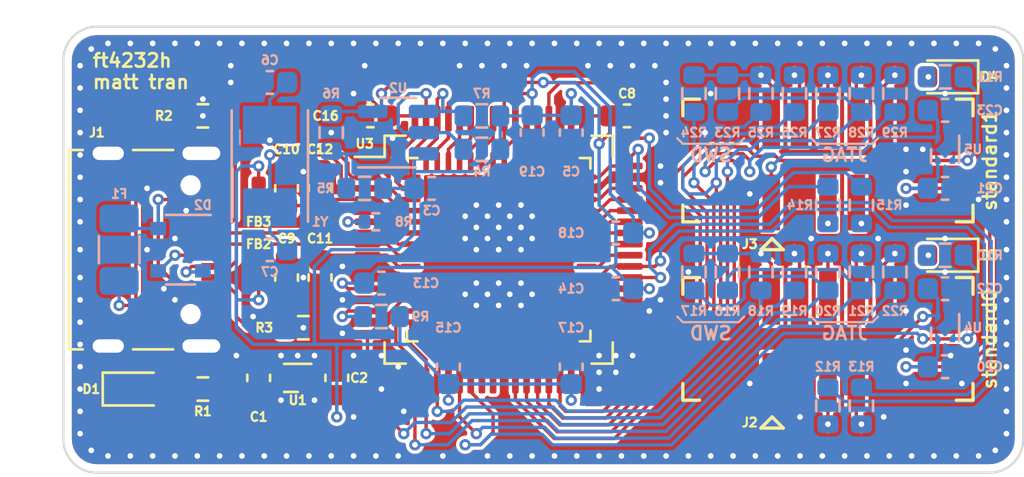
<source format=kicad_pcb>
(kicad_pcb (version 20221018) (generator pcbnew)
  (layers (0 "F.Cu" signal) (31 "B.Cu" signal) (34 "B.Paste" user) (35 "F.Paste" user) (36 "B.SilkS" user "B.Silkscreen") (37 "F.SilkS" user "F.Silkscreen") (38 "B.Mask" user) (39 "F.Mask" user) (44 "Edge.Cuts" user))
  (net 0 "")
  (net 1 "GND")
  (net 2 "+5V")
  (net 3 "+3V3")
  (net 4 "Net-(C6-Pad1)")
  (net 5 "Net-(C7-Pad1)")
  (net 6 "+1V8")
  (net 7 "Net-(C11-Pad2)")
  (net 8 "Net-(C10-Pad2)")
  (net 9 "/PWR0")
  (net 10 "/PWR1")
  (net 11 "Net-(D1-Pad2)")
  (net 12 "/USB_D+")
  (net 13 "/USB_D-")
  (net 14 "Net-(D2-Pad4)")
  (net 15 "Net-(D3-Pad2)")
  (net 16 "Net-(D4-Pad2)")
  (net 17 "Net-(J1-PadA5)")
  (net 19 "Net-(J1-PadB5)")
  (net 21 "Net-(J2-Pad2)")
  (net 22 "Net-(J2-Pad4)")
  (net 23 "Net-(J2-Pad5)")
  (net 24 "Net-(J2-Pad6)")
  (net 25 "Net-(J2-Pad7)")
  (net 26 "Net-(J2-Pad8)")
  (net 27 "Net-(J2-Pad10)")
  (net 28 "Net-(J3-Pad2)")
  (net 29 "Net-(J3-Pad4)")
  (net 30 "Net-(J3-Pad5)")
  (net 31 "Net-(J3-Pad6)")
  (net 32 "Net-(J3-Pad7)")
  (net 33 "Net-(J3-Pad8)")
  (net 34 "Net-(J3-Pad10)")
  (net 35 "/EECS")
  (net 36 "Net-(R5-Pad1)")
  (net 37 "/EEDATA")
  (net 38 "/EECLK")
  (net 39 "Net-(R8-Pad2)")
  (net 40 "Net-(R9-Pad2)")
  (net 41 "/PWR_EN0")
  (net 42 "/PWR_EN1")
  (net 43 "/TX0")
  (net 44 "/RX0")
  (net 45 "/TX1")
  (net 46 "/RX1")
  (net 47 "/TDI0")
  (net 48 "/TDO0")
  (net 49 "/TMS0")
  (net 50 "/TCK0")
  (net 51 "/TRST0")
  (net 52 "/TDI1")
  (net 53 "/TDO1")
  (net 54 "/TMS1")
  (net 55 "/TCK1")
  (net 56 "/TRST1")
  (net 57 "unconnected-(U3-Pad23)")
  (net 58 "unconnected-(U3-Pad24)")
  (net 59 "unconnected-(U3-Pad33)")
  (net 60 "unconnected-(U3-Pad34)")
  (net 61 "unconnected-(U3-Pad36)")
  (net 62 "unconnected-(U3-Pad40)")
  (net 63 "unconnected-(U3-Pad41)")
  (net 64 "unconnected-(U3-Pad43)")
  (net 65 "unconnected-(U3-Pad44)")
  (net 66 "unconnected-(U3-Pad45)")
  (net 67 "unconnected-(U3-Pad46)")
  (net 68 "unconnected-(U3-Pad53)")
  (net 69 "unconnected-(U3-Pad54)")
  (net 70 "unconnected-(U3-Pad55)")
  (net 71 "unconnected-(U3-Pad57)")
  (net 72 "unconnected-(U3-Pad58)")
  (net 73 "unconnected-(U3-Pad59)")
  (net 74 "unconnected-(U3-Pad60)")
  (footprint "Capacitor_SMD:C_0603_1608Metric" (layer "F.Cu") (at 139.25 105.75 -90)
    (fp_text reference "C1")
    (fp_text value "1u")
  )
  (footprint "Capacitor_SMD:C_0603_1608Metric" (layer "F.Cu") (at 155.75 94 180)
    (fp_text reference "C8")
    (fp_text value "3u3")
  )
  (footprint "Resistor_SMD:R_0603_1608Metric" (layer "F.Cu") (at 141.25 103.5)
    (fp_text reference "R3")
    (fp_text value "5k1")
  )
  (footprint "Package_DFN_QFN:UDFN-4-1EP_1x1mm_P0.65mm_EP0.48x0.48mm" (layer "F.Cu") (at 141 105.75 180)
    (fp_text reference "U1")
    (fp_text value "LD39020ATPU33R")
  )
  (footprint "Resistor_SMD:R_0603_1608Metric" (layer "F.Cu") (at 136.75 106.25 180)
    (fp_text reference "R1")
    (fp_text value "1k")
  )
  (footprint "Capacitor_SMD:C_0603_1608Metric" (layer "F.Cu") (at 142 101.25 90)
    (fp_text reference "C11")
    (fp_text value "100n")
  )
  (footprint "LED_SMD:LED_0603_1608Metric" (layer "F.Cu") (at 170 100.25 180)
    (fp_text reference "D3")
    (fp_text value "PWR")
  )
  (footprint "Capacitor_SMD:C_0603_1608Metric" (layer "F.Cu") (at 144.25 94)
    (fp_text reference "C16")
    (fp_text value "100n")
  )
  (footprint "extraparts:TC2050+Header" (layer "F.Cu") (at 164.75 104)
    (fp_text reference "J2")
    (fp_text value "standard0")
  )
  (footprint "Capacitor_SMD:C_0603_1608Metric" (layer "F.Cu") (at 142 97.25 -90)
    (fp_text reference "C12")
    (fp_text value "100n")
  )
  (footprint "LED_SMD:LED_0603_1608Metric" (layer "F.Cu") (at 170 92.25 180)
    (fp_text reference "D4")
    (fp_text value "PWR")
  )
  (footprint "Connector_USB:USB_C_Receptacle_Palconn_UTC16-G" (layer "F.Cu") (at 134.75 100 -90)
    (fp_text reference "J1")
    (fp_text value "USB")
  )
  (footprint "Inductor_SMD:L_0402_1005Metric" (layer "F.Cu") (at 139.25 97.5 -90)
    (fp_text reference "FB3")
    (fp_text value "FerriteBead_Small")
  )
  (footprint "Capacitor_SMD:C_0603_1608Metric" (layer "F.Cu") (at 140.5 101.25 90)
    (fp_text reference "C9")
    (fp_text value "4u7")
  )
  (footprint "extraparts:TC2050+Header" (layer "F.Cu") (at 164.75 96)
    (fp_text reference "J3")
    (fp_text value "standard1")
  )
  (footprint "Capacitor_SMD:C_0603_1608Metric" (layer "F.Cu") (at 140.5 97.25 -90)
    (fp_text reference "C10")
    (fp_text value "4u7")
  )
  (footprint "Capacitor_SMD:C_0603_1608Metric" (layer "F.Cu") (at 142.75 105.75 -90)
    (fp_text reference "C2")
    (fp_text value "1u")
  )
  (footprint "LED_SMD:LED_0603_1608Metric" (layer "F.Cu") (at 133.75 106.25)
    (fp_text reference "D1")
    (fp_text value "PWR")
  )
  (footprint "Resistor_SMD:R_0603_1608Metric" (layer "F.Cu") (at 136.75 94 180)
    (fp_text reference "R2")
    (fp_text value "5k1")
  )
  (footprint "Package_QFP:LQFP-64_10x10mm_P0.5mm" (layer "F.Cu") (at 150 100)
    (fp_text reference "U3")
    (fp_text value "FT4232H")
  )
  (footprint "Inductor_SMD:L_0402_1005Metric" (layer "F.Cu") (at 139.25 101 90)
    (fp_text reference "FB2")
    (fp_text value "FerriteBead_Small")
  )
  (footprint "Resistor_SMD:R_0603_1608Metric" (layer "B.Cu") (at 161.75 93 -90)
    (fp_text reference "R25")
    (fp_text value "22")
  )
  (footprint "Resistor_SMD:R_0603_1608Metric" (layer "B.Cu") (at 164.75 93 -90)
    (fp_text reference "R27")
    (fp_text value "22")
  )
  (footprint "Resistor_SMD:R_0603_1608Metric" (layer "B.Cu") (at 158.75 101 -90)
    (fp_text reference "R17")
    (fp_text value "22")
  )
  (footprint "Resistor_SMD:R_0603_1608Metric" (layer "B.Cu") (at 167.75 101 -90)
    (fp_text reference "R22")
    (fp_text value "22")
  )
  (footprint "Capacitor_SMD:C_0603_1608Metric" (layer "B.Cu") (at 153.25 94.75 90)
    (fp_text reference "C5")
    (fp_text value "100n")
  )
  (footprint "Resistor_SMD:R_0603_1608Metric" (layer "B.Cu") (at 161.75 101 -90)
    (fp_text reference "R18")
    (fp_text value "22")
  )
  (footprint "Resistor_SMD:R_0603_1608Metric" (layer "B.Cu") (at 163.25 93 -90)
    (fp_text reference "R26")
    (fp_text value "22")
  )
  (footprint "Capacitor_SMD:C_0603_1608Metric" (layer "B.Cu") (at 144.75 101.5 180)
    (fp_text reference "C13")
    (fp_text value "100n")
  )
  (footprint "Resistor_SMD:R_0603_1608Metric" (layer "B.Cu") (at 166.25 93 -90)
    (fp_text reference "R28")
    (fp_text value "22")
  )
  (footprint "Fuse:Fuse_1206_3216Metric" (layer "B.Cu") (at 133 100 -90)
    (fp_text reference "F1")
    (fp_text value "500mA")
  )
  (footprint "Resistor_SMD:R_0603_1608Metric" (layer "B.Cu") (at 158.75 93 -90)
    (fp_text reference "R24")
    (fp_text value "22")
  )
  (footprint "Package_TO_SOT_SMD:SOT-143" (layer "B.Cu") (at 135.75 100 180)
    (fp_text reference "D2")
    (fp_text value "PRTR5V0U2X")
  )
  (footprint "Resistor_SMD:R_0603_1608Metric" (layer "B.Cu") (at 144.75 103 180)
    (fp_text reference "R9")
    (fp_text value "1k")
  )
  (footprint "Resistor_SMD:R_0603_1608Metric" (layer "B.Cu") (at 160.25 93 -90)
    (fp_text reference "R23")
    (fp_text value "470")
  )
  (footprint "Crystal:Crystal_SMD_TXC_7A-2Pin_5x3.2mm" (layer "B.Cu") (at 139.75 96.25 90)
    (fp_text reference "Y1")
    (fp_text value "12MHz")
  )
  (footprint "Resistor_SMD:R_0603_1608Metric" (layer "B.Cu") (at 144 97.25)
    (fp_text reference "R5")
    (fp_text value "10k")
  )
  (footprint "Resistor_SMD:R_0603_1608Metric" (layer "B.Cu") (at 166.25 98 -90)
    (fp_text reference "R15")
    (fp_text value "22")
  )
  (footprint "Capacitor_SMD:C_0603_1608Metric" (layer "B.Cu") (at 170 93.75 180)
    (fp_text reference "C23")
    (fp_text value "1u")
  )
  (footprint "Resistor_SMD:R_0603_1608Metric" (layer "B.Cu") (at 166.25 101 -90)
    (fp_text reference "R21")
    (fp_text value "22")
  )
  (footprint "Capacitor_SMD:C_0603_1608Metric" (layer "B.Cu") (at 147 97.25 180)
    (fp_text reference "C3")
    (fp_text value "100n")
  )
  (footprint "Capacitor_SMD:C_0603_1608Metric" (layer "B.Cu") (at 155.25 101.75)
    (fp_text reference "C14")
    (fp_text value "100n")
  )
  (footprint "Capacitor_SMD:C_0603_1608Metric" (layer "B.Cu") (at 155.25 99.25)
    (fp_text reference "C18")
    (fp_text value "100n")
  )
  (footprint "Resistor_SMD:R_0603_1608Metric" (layer "B.Cu") (at 160.25 101 -90)
    (fp_text reference "R16")
    (fp_text value "470")
  )
  (footprint "Resistor_SMD:R_0603_1608Metric" (layer "B.Cu") (at 170 92.25 180)
    (fp_text reference "R11")
    (fp_text value "1k")
  )
  (footprint "Capacitor_SMD:C_0603_1608Metric" (layer "B.Cu") (at 153.25 105.25 -90)
    (fp_text reference "C17")
    (fp_text value "100n")
  )
  (footprint "Resistor_SMD:R_0603_1608Metric" (layer "B.Cu") (at 166.25 107 -90)
    (fp_text reference "R13")
    (fp_text value "22")
  )
  (footprint "Capacitor_SMD:C_0603_1608Metric" (layer "B.Cu") (at 139.75 100 180)
    (fp_text reference "C7")
    (fp_text value "30p")
  )
  (footprint "Resistor_SMD:R_0603_1608Metric" (layer "B.Cu") (at 142.5 94.75 90)
    (fp_text reference "R6")
    (fp_text value "2k2")
  )
  (footprint "Resistor_SMD:R_0603_1608Metric" (layer "B.Cu") (at 167.75 93 -90)
    (fp_text reference "R29")
    (fp_text value "22")
  )
  (footprint "Capacitor_SMD:C_0603_1608Metric" (layer "B.Cu") (at 147.75 105.25 -90)
    (fp_text reference "C15")
    (fp_text value "100n")
  )
  (footprint "Package_DFN_QFN:UDFN-4-1EP_1x1mm_P0.65mm_EP0.48x0.48mm" (layer "B.Cu") (at 170 103.5 -90)
    (fp_text reference "U4")
    (fp_text value "LD39020ATPU33R")
  )
  (footprint "Capacitor_SMD:C_0603_1608Metric" (layer "B.Cu") (at 170 97.25 180)
    (fp_text reference "C21")
    (fp_text value "1u")
  )
  (footprint "Resistor_SMD:R_0603_1608Metric" (layer "B.Cu") (at 149.25 94)
    (fp_text reference "R7")
    (fp_text value "10k")
  )
  (footprint "Resistor_SMD:R_0603_1608Metric" (layer "B.Cu") (at 164.75 107 -90)
    (fp_text reference "R12")
    (fp_text value "220")
  )
  (footprint "Resistor_SMD:R_0603_1608Metric" (layer "B.Cu") (at 170 100.25 180)
    (fp_text reference "R10")
    (fp_text value "1k")
  )
  (footprint "Resistor_SMD:R_0603_1608Metric" (layer "B.Cu") (at 163.25 101 -90)
    (fp_text reference "R19")
    (fp_text value "22")
  )
  (footprint "Resistor_SMD:R_0603_1608Metric" (layer "B.Cu") (at 164.75 101 -90)
    (fp_text reference "R20")
    (fp_text value "22")
  )
  (footprint "Resistor_SMD:R_0603_1608Metric" (layer "B.Cu") (at 149.25 95.5)
    (fp_text reference "R4")
    (fp_text value "10k")
  )
  (footprint "Package_DFN_QFN:UDFN-4-1EP_1x1mm_P0.65mm_EP0.48x0.48mm" (layer "B.Cu") (at 170 95.5 -90)
    (fp_text reference "U5")
    (fp_text value "LD39020ATPU33R")
  )
  (footprint "Capacitor_SMD:C_0603_1608Metric" (layer "B.Cu") (at 139.75 92.5 180)
    (fp_text reference "C6")
    (fp_text value "30p")
  )
  (footprint "Capacitor_SMD:C_0603_1608Metric" (layer "B.Cu") (at 151.5 94.75 90)
    (fp_text reference "C19")
    (fp_text value "100n")
  )
  (footprint "Resistor_SMD:R_0402_1005Metric" (layer "B.Cu") (at 144.5 98.75 180)
    (fp_text reference "R8")
    (fp_text value "12k")
  )
  (footprint "Resistor_SMD:R_0603_1608Metric" (layer "B.Cu") (at 164.75 98 -90)
    (fp_text reference "R14")
    (fp_text value "220")
  )
  (footprint "Package_TO_SOT_SMD:SOT-23-6" (layer "B.Cu") (at 145.5 94.75)
    (fp_text reference "U2")
    (fp_text value "93LCxxBxxOT")
  )
  (footprint "Capacitor_SMD:C_0603_1608Metric" (layer "B.Cu") (at 170 105.25 180)
    (fp_text reference "C20")
    (fp_text value "1u")
  )
  (footprint "Capacitor_SMD:C_0603_1608Metric" (layer "B.Cu") (at 170 101.75 180)
    (fp_text reference "C22")
    (fp_text value "1u")
  )
  (gr_line (start 167 95) (end 166.75 95.25) (stroke (width 0.1)) (layer "B.SilkS"))
  (gr_line (start 164.25 103.25) (end 164 103) (stroke (width 0.1)) (layer "B.SilkS"))
  (gr_line (start 158.25 95.25) (end 158 95) (stroke (width 0.1)) (layer "B.SilkS"))
  (gr_line (start 160.75 95.25) (end 158.25 95.25) (stroke (width 0.1)) (layer "B.SilkS"))
  (gr_line (start 160.75 103.25) (end 158.25 103.25) (stroke (width 0.1)) (layer "B.SilkS"))
  (gr_line (start 164.25 95.25) (end 164 95) (stroke (width 0.1)) (layer "B.SilkS"))
  (gr_line (start 161 95) (end 160.75 95.25) (stroke (width 0.1)) (layer "B.SilkS"))
  (gr_line (start 167 103) (end 166.75 103.25) (stroke (width 0.1)) (layer "B.SilkS"))
  (gr_line (start 166.75 95.25) (end 164.25 95.25) (stroke (width 0.1)) (layer "B.SilkS"))
  (gr_line (start 158.25 103.25) (end 158 103) (stroke (width 0.1)) (layer "B.SilkS"))
  (gr_line (start 161 103) (end 160.75 103.25) (stroke (width 0.1)) (layer "B.SilkS"))
  (gr_line (start 166.75 103.25) (end 164.25 103.25) (stroke (width 0.1)) (layer "B.SilkS"))
  (gr_line (start 173.5 108.5) (end 173.5 91.5) (stroke (width 0.1)) (layer "Edge.Cuts"))
  (gr_arc (start 130.5 91.5) (mid 130.93934 90.43934) (end 132 90) (stroke (width 0.1)) (layer "Edge.Cuts"))
  (gr_arc (start 173.5 108.5) (mid 173.06066 109.56066) (end 172 110) (stroke (width 0.1)) (layer "Edge.Cuts"))
  (gr_arc (start 172 90) (mid 173.06066 90.43934) (end 173.5 91.5) (stroke (width 0.1)) (layer "Edge.Cuts"))
  (gr_line (start 172 90) (end 132 90) (stroke (width 0.1)) (layer "Edge.Cuts"))
  (gr_line (start 130.5 91.5) (end 130.5 108.5) (stroke (width 0.1)) (layer "Edge.Cuts"))
  (gr_line (start 132 110) (end 172 110) (stroke (width 0.1)) (layer "Edge.Cuts"))
  (gr_arc (start 132 110) (mid 130.93934 109.56066) (end 130.5 108.5) (stroke (width 0.1)) (layer "Edge.Cuts"))
  (gr_text "JTAG" (at 165.5 103.75) (layer "B.SilkS") (effects (font (size 0.6 0.6) (thickness 0.12)) (justify mirror)))
  (gr_text "SWD" (at 159.5 95.75) (layer "B.SilkS") (effects (font (size 0.6 0.6) (thickness 0.12)) (justify mirror)))
  (gr_text "SWD" (at 159.5 103.75) (layer "B.SilkS") (effects (font (size 0.6 0.6) (thickness 0.12)) (justify mirror)))
  (gr_text "JTAG" (at 165.5 95.75) (layer "B.SilkS") (effects (font (size 0.6 0.6) (thickness 0.12)) (justify mirror)))
  (gr_text "standard1" (at 172 96 90) (layer "F.SilkS") (effects (font (size 0.6 0.6) (thickness 0.12))))
  (gr_text "standard0" (at 172 104 90) (layer "F.SilkS") (effects (font (size 0.6 0.6) (thickness 0.12))))
  (gr_text "ft4232h\nmatt tran" (at 131.75 92) (layer "F.SilkS") (effects (font (size 0.6 0.6) (thickness 0.12)) (justify left)))
  (segment (start 154.5 97.25) (end 153.9375 97.25) (width 0.1524) (layer "F.Cu") (net 1))
  (segment (start 150.25 105) (end 149.75 104.5) (width 0.1524) (layer "F.Cu") (net 1))
  (segment (start 155 96.75) (end 154.5 97.25) (width 0.1524) (layer "F.Cu") (net 1))
  (segment (start 152.75 95) (end 152.25 95.5) (width 0.1524) (layer "F.Cu") (net 1))
  (segment (start 155.875 96.75) (end 155 96.75) (width 0.1524) (layer "F.Cu") (net 1))
  (segment (start 150.25 105.875) (end 150.25 105) (width 0.1524) (layer "F.Cu") (net 1))
  (segment (start 149.75 104.5) (end 149.75 103.9375) (width 0.1524) (layer "F.Cu") (net 1))
  (segment (start 152.75 94.125) (end 152.75 95) (width 0.1524) (layer "F.Cu") (net 1))
  (segment (start 144.125 101.25) (end 146.0625 101.25) (width 0.1524) (layer "F.Cu") (net 1))
  (segment (start 152.25 95.5) (end 152.25 96.0625) (width 0.1524) (layer "F.Cu") (net 1))
  (via (at 149.5 99.5) (size 0.508) (drill 0.254) (layers "F.Cu" "B.Cu") (net 1))
  (via (at 157.25 96.25) (size 0.508) (drill 0.254) (layers "F.Cu" "B.Cu") (net 1))
  (via (at 172.75 100) (size 0.508) (drill 0.254) (layers "F.Cu" "B.Cu") (net 1))
  (via (at 157.25 97) (size 0.508) (drill 0.254) (layers "F.Cu" "B.Cu") (net 1))
  (via (at 172.75 92.75) (size 0.508) (drill 0.254) (layers "F.Cu" "B.Cu") (net 1))
  (via (at 157.5 94) (size 0.508) (drill 0.254) (layers "F.Cu" "B.Cu") (net 1))
  (via (at 134.25 100) (size 0.508) (drill 0.254) (layers "F.Cu" "B.Cu") (net 1))
  (via (at 131.25 95.75) (size 0.508) (drill 0.254) (layers "F.Cu" "B.Cu") (net 1))
  (via (at 149.5 102) (size 0.508) (drill 0.254) (layers "F.Cu" "B.Cu") (net 1))
  (via (at 141.75 106.75) (size 0.508) (drill 0.254) (layers "F.Cu" "B.Cu") (net 1))
  (via (at 144.75 106.25) (size 0.508) (drill 0.254) (layers "F.Cu" "B.Cu") (net 1))
  (via (at 143 102.25) (size 0.508) (drill 0.254) (layers "F.Cu" "B.Cu") (net 1))
  (via (at 140.25 106.75) (size 0.508) (drill 0.254) (layers "F.Cu" "B.Cu") (net 1))
  (via (at 149 102.5) (size 0.508) (drill 0.254) (layers "F.Cu" "B.Cu") (net 1))
  (via (at 150.5 109.25) (size 0.508) (drill 0.254) (layers "F.Cu" "B.Cu") (net 1))
  (via (at 168.25 102.75) (size 0.508) (drill 0.254) (layers "F.Cu" "B.Cu") (net 1))
  (via (at 143.5 107.5) (size 0.508) (drill 0.254) (layers "F.Cu" "B.Cu") (net 1))
  (via (at 150.5 102) (size 0.508) (drill 0.254) (layers "F.Cu" "B.Cu") (net 1))
  (via (at 138.5 109.25) (size 0.508) (drill 0.254) (layers "F.Cu" "B.Cu") (net 1))
  (via (at 157.5 109.25) (size 0.508) (drill 0.254) (layers "F.Cu" "B.Cu") (net 1))
  (via (at 142.5 94.75) (size 0.508) (drill 0.254) (layers "F.Cu" "B.Cu") (net 1))
  (via (at 150 98) (size 0.508) (drill 0.254) (layers "F.Cu" "B.Cu") (net 1))
  (via (at 153.5 109.25) (size 0.508) (drill 0.254) (layers "F.Cu" "B.Cu") (net 1))
  (via (at 170.5 109.25) (size 0.508) (drill 0.254) (layers "F.Cu" "B.Cu") (net 1))
  (via (at 155.5 90.75) (size 0.508) (drill 0.254) (layers "F.Cu" "B.Cu") (net 1))
  (via (at 158.5 90.75) (size 0.508) (drill 0.254) (layers "F.Cu" "B.Cu") (net 1))
  (via (at 167.5 90.75) (size 0.508) (drill 0.254) (layers "F.Cu" "B.Cu") (net 1))
  (via (at 145.5 90.75) (size 0.508) (drill 0.254) (layers "F.Cu" "B.Cu") (net 1))
  (via (at 139 103) (size 0.508) (drill 0.254) (layers "F.Cu" "B.Cu") (net 1))
  (via (at 161.5 90.75) (size 0.508) (drill 0.254) (layers "F.Cu" "B.Cu") (net 1))
  (via (at 164.5 90.75) (size 0.508) (drill 0.254) (layers "F.Cu" "B.Cu") (net 1))
  (via (at 159.25 94.75) (size 0.508) (drill 0.254) (layers "F.Cu" "B.Cu") (net 1))
  (via (at 140.5 109.25) (size 0.508) (drill 0.254) (layers "F.Cu" "B.Cu") (net 1))
  (via (at 143.5 109.25) (size 0.508) (drill 0.254) (layers "F.Cu" "B.Cu") (net 1))
  (via (at 131.25 105.25) (size 0.508) (drill 0.254) (layers "F.Cu" "B.Cu") (net 1))
  (via (at 141.5 90.75) (size 0.508) (drill 0.254) (layers "F.Cu" "B.Cu") (net 1))
  (via (at 139.5 109.25) (size 0.508) (drill 0.254) (layers "F.Cu" "B.Cu") (net 1))
  (via (at 145.5 109.25) (size 0.508) (drill 0.254) (layers "F.Cu" "B.Cu") (net 1))
  (via (at 144.5 90.75) (size 0.508) (drill 0.254) (layers "F.Cu" "B.Cu") (net 1))
  (via (at 149 98) (size 0.508) (drill 0.254) (layers "F.Cu" "B.Cu") (net 1))
  (via (at 141.5 109.25) (size 0.508) (drill 0.254) (layers "F.Cu" "B.Cu") (net 1))
  (via (at 131.25 108.25) (size 0.508) (drill 0.254) (layers "F.Cu" "B.Cu") (net 1))
  (via (at 162.5 109.25) (size 0.508) (drill 0.254) (layers "F.Cu" "B.Cu") (net 1))
  (via (at 158.5 101) (size 0.508) (drill 0.254) (layers "F.Cu" "B.Cu") (net 1))
  (via (at 135 101.75) (size 0.508) (drill 0.254) (layers "F.Cu" "B.Cu") (net 1))
  (via (at 151.25 91.75) (size 0.508) (drill 0.254) (layers "F.Cu" "B.Cu") (net 1))
  (via (at 154.5 105.5) (size 0.508) (drill 0.254) (layers "F.Cu" "B.Cu") (net 1))
  (via (at 135.5 99.5) (size 0.508) (drill 0.254) (layers "F.Cu" "B.Cu") (net 1))
  (via (at 172.75 103.25) (size 0.508) (drill 0.254) (layers "F.Cu" "B.Cu") (net 1))
  (via (at 146.5 90.75) (size 0.508) (drill 0.254) (layers "F.Cu" "B.Cu") (net 1))
  (via (at 172.75 106.25) (size 0.508) (drill 0.254) (layers "F.Cu" "B.Cu") (net 1))
  (via (at 131.25 103.25) (size 0.508) (drill 0.254) (layers "F.Cu" "B.Cu") (net 1))
  (via (at 168.25 98) (size 0.508) (drill 0.254) (layers "F.Cu" "B.Cu") (net 1))
  (via (at 172.75 91.75) (size 0.508) (drill 0.254) (layers "F.Cu" "B.Cu") (net 1))
  (via (at 154 91.75) (size 0.508) (drill 0.254) (layers "F.Cu" "B.Cu") (net 1))
  (via (at 149.5 98.5) (size 0.508) (drill 0.254) (layers "F.Cu" "B.Cu") (net 1))
  (via (at 151 98) (size 0.508) (drill 0.254) (layers "F.Cu" "B.Cu") (net 1))
  (via (at 151 99) (size 0.508) (drill 0.254) (layers "F.Cu" "B.Cu") (net 1))
  (via (at 145.5 105.25) (size 0.508) (drill 0.254) (layers "F.Cu" "B.Cu") (net 1))
  (via (at 135.5 109.25) (size 0.508) (drill 0.254) (layers "F.Cu" "B.Cu") (net 1))
  (via (at 159.5 90.75) (size 0.508) (drill 0.254) (layers "F.Cu" "B.Cu") (net 1))
  (via (at 160.5 90.75) (size 0.508) (drill 0.254) (layers "F.Cu" "B.Cu") (net 1))
  (via (at 163.5 109.25) (size 0.508) (drill 0.254) (layers "F.Cu" "B.Cu") (net 1))
  (via (at 131.75 91) (size 0.508) (drill 0.254) (layers "F.Cu" "B.Cu") (net 1))
  (via (at 144.5 109.25) (size 0.508) (drill 0.254) (layers "F.Cu" "B.Cu") (net 1))
  (via (at 131.25 94.75) (size 0.508) (drill 0.254) (layers "F.Cu" "B.Cu") (net 1))
  (via (at 151 102.5) (size 0.508) (drill 0.254) (layers "F.Cu" "B.Cu") (net 1))
  (via (at 134.5 109.25) (size 0.508) (drill 0.254) (layers "F.Cu" "B.Cu") (net 1))
  (via (at 158.5 109.25) (size 0.508) (drill 0.254) (layers "F.Cu" "B.Cu") (net 1))
  (via (at 131.25 97.75) (size 0.508) (drill 0.254) (layers "F.Cu" "B.Cu") (net 1))
  (via (at 170.5 90.75) (size 0.508) (drill 0.254) (layers "F.Cu" "B.Cu") (net 1))
  (via (at 154.5 90.75) (size 0.508) (drill 0.254) (layers "F.Cu" "B.Cu") (net 1))
  (via (at 140.25 104.75) (size 0.508) (drill 0.254) (layers "F.Cu" "B.Cu") (net 1))
  (via (at 137.5 90.75) (size 0.508) (drill 0.254) (layers "F.Cu" "B.Cu") (net 1))
  (via (at 144 91.75) (size 0.508) (drill 0.254) (layers "F.Cu" "B.Cu") (net 1))
  (via (at 165.5 109.25) (size 0.508) (drill 0.254) (layers "F.Cu" "B.Cu") (net 1))
  (via (at 167.5 109.25) (size 0.508) (drill 0.254) (layers "F.Cu" "B.Cu") (net 1))
  (via (at 170 93) (size 0.508) (drill 0.254) (layers "F.Cu" "B.Cu") (net 1))
  (via (at 131.25 93.75) (size 0.508) (drill 0.254) (layers "F.Cu" "B.Cu") (net 1))
  (via (at 136.5 90.75) (size 0.508) (drill 0.254) (layers "F.Cu" "B.Cu") (net 1))
  (via (at 157 91.75) (size 0.508) (drill 0.254) (layers "F.Cu" "B.Cu") (net 1))
  (via (at 170.25 104.75) (size 0.508) (drill 0.254) (layers "F.Cu" "B.Cu") (net 1))
  (via (at 168.5 109.25) (size 0.508) (drill 0.254) (layers "F.Cu" "B.Cu") (net 1))
  (via (at 148.5 102) (size 0.508) (drill 0.254) (layers "F.Cu" "B.Cu") (net 1))
  (via (at 155.5 109.25) (size 0.508) (drill 0.254) (layers "F.Cu" "B.Cu") (net 1))
  (via (at 143.5 93) (size 0.508) (drill 0.254) (layers "F.Cu" "B.Cu") (net 1))
  (via (at 150.5 98.5) (size 0.508) (drill 0.254) (layers "F.Cu" "B.Cu") (net 1))
  (via (at 151.5 102) (size 0.508) (drill 0.254) (layers "F.Cu" "B.Cu") (net 1))
  (via (at 131.25 102.25) (size 0.508) (drill 0.254) (layers "F.Cu" "B.Cu") (net 1))
  (via (at 137.5 109.25) (size 0.508) (drill 0.254) (layers "F.Cu" "B.Cu") (net 1))
  (via (at 145.25 95) (size 0.508) (drill 0.254) (layers "F.Cu" "B.Cu") (net 1))
  (via (at 156.5 109.25) (size 0.508) (drill 0.254) (layers "F.Cu" "B.Cu") (net 1))
  (via (at 167.25 107.5) (size 0.508) (drill 0.254) (layers "F.Cu" "B.Cu") (net 1))
  (via (at 139.5 90.75) (size 0.508) (drill 0.254) (layers "F.Cu" "B.Cu") (net 1))
  (via (at 151.5 99.5) (size 0.508) (drill 0.254) (layers "F.Cu" "B.Cu") (net 1))
  (via (at 143 103.75) (size 0.508) (drill 0.254) (layers "F.Cu" "B.Cu") (net 1))
  (via (at 171.5 109.25) (size 0.508) (drill 0.254) (layers "F.Cu" "B.Cu") (net 1))
  (via (at 135.5 90.75) (size 0.508) (drill 0.254) (layers "F.Cu" "B.Cu") (net 1))
  (via (at 136.75 94) (size 0.508) (drill 0.254) (layers "F.Cu" "B.Cu") (net 1))
  (via (at 150 100) (size 0.508) (drill 0.254) (layers "F.Cu" "B.Cu") (net 1))
  (via (at 156 91.75) (size 0.508) (drill 0.254) (layers "F.Cu" "B.Cu") (net 1))
  (via (at 131.25 107.25) (size 0.508) (drill 0.254) (layers "F.Cu" "B.Cu") (net 1))
  (via (at 162.5 90.75) (size 0.508) (drill 0.254) (layers "F.Cu" "B.Cu") (net 1))
  (via (at 143.5 90.75) (size 0.508) (drill 0.254) (layers "F.Cu" "B.Cu") (net 1))
  (via (at 132.5 109.25) (size 0.508) (drill 0.254) (layers "F.Cu" "B.Cu") (net 1))
  (via (at 166.5 90.75) (size 0.508) (drill 0.254) (layers "F.Cu" "B.Cu") (net 1))
  (via (at 148.25 91.75) (size 0.508) (drill 0.254) (layers "F.Cu" "B.Cu") (net 1))
  (via (at 172.75 102.25) (size 0.508) (drill 0.254) (layers "F.Cu" "B.Cu") (net 1))
  (via (at 131.25 100) (size 0.508) (drill 0.254) (layers "F.Cu" "B.Cu") (net 1))
  (via (at 169.5 109.25) (size 0.508) (drill 0.254) (layers "F.Cu" "B.Cu") (net 1))
  (via (at 167 99.5) (size 0.508) (drill 0.254) (layers "F.Cu" "B.Cu") (net 1))
  (via (at 133.5 109.25) (size 0.508) (drill 0.254) (layers "F.Cu" "B.Cu") (net 1))
  (via (at 172.75 96.75) (size 0.508) (drill 0.254) (layers "F.Cu" "B.Cu") (net 1))
  (via (at 136.5 109.25) (size 0.508) (drill 0.254) (layers "F.Cu" "B.Cu") (net 1))
  (via (at 150 101.5) (size 0.508) (drill 0.254) (layers "F.Cu" "B.Cu") (net 1))
  (via (at 141.25 101.25) (size 0.508) (drill 0.254) (layers "F.Cu" "B.Cu") (net 1))
  (via (at 157.5 90.75) (size 0.508) (drill 0.254) (layers "F.Cu" "B.Cu") (net 1))
  (via (at 150.5 99.5) (size 0.508) (drill 0.254) (layers "F.Cu" "B.Cu") (net 1))
  (via (at 170 101) (size 0.508) (drill 0.254) (layers "F.Cu" "B.Cu") (net 1))
  (via (at 131.25 98.75) (size 0.508) (drill 0.254) (layers "F.Cu" "B.Cu") (net 1))
  (via (at 155.25 104.75) (size 0.508) (drill 0.254) (layers "F.Cu" "B.Cu") (net 1))
  (via (at 151.5 98.5) (size 0.508) (drill 0.254) (layers "F.Cu" "B.Cu") (net 1))
  (via (at 138.5 90.75) (size 0.508) (drill 0.254) (layers "F.Cu" "B.Cu") (net 1))
  (via (at 157.25 102.25) (size 0.508) (drill 0.254) (layers "F.Cu" "B.Cu") (net 1))
  (via (at 169 95.5) (size 0.508) (drill 0.254) (layers "F.Cu" "B.Cu") (net 1))
  (via (at 148.5 90.75) (size 0.508) (drill 0.254) (layers "F.Cu" "B.Cu") (net 1))
  (via (at 161.25 97.5) (size 0.508) (drill 0.254) (layers "F.Cu" "B.Cu") (net 1))
  (via (at 157.5 93.25) (size 0.508) (drill 0.254) (layers "F.Cu" "B.Cu") (net 1))
  (via (at 138 91.75) (size 0.508) (drill 0.254) (layers "F.Cu" "B.Cu") (net 1))
  (via (at 149 100) (size 0.508) (drill 0.254) (layers "F.Cu" "B.Cu") (net 1))
  (via (at 168.25 106) (size 0.508) (drill 0.254) (layers "F.Cu" "B.Cu") (net 1))
  (via (at 135.5 102.25) (size 0.508) (drill 0.254) (layers "F.Cu" "B.Cu") (net 1))
  (via (at 144.75 104.75) (size 0.508) (drill 0.254) (layers "F.Cu" "B.Cu") (net 1))
  (via (at 140.5 90.75) (size 0.508) (drill 0.254) (layers "F.Cu" "B.Cu") (net 1))
  (via (at 148.5 98.5) (size 0.508) (drill 0.254) (layers "F.Cu" "B.Cu") (net 1))
  (via (at 143 100.75) (size 0.508) (drill 0.254) (layers "F.Cu" "B.Cu") (net 1))
  (via (at 151 101.5) (size 0.508) (drill 0.254) (layers "F.Cu" "B.Cu") (net 1))
  (via (at 136 98.25) (size 0.508) (drill 0.254) (layers "F.Cu" "B.Cu") (net 1))
  (via (at 151.5 109.25) (size 0.508) (drill 0.254) (layers "F.Cu" "B.Cu") (net 1))
  (via (at 131.25 92.75) (size 0.508) (drill 0.254) (layers "F.Cu" "B.Cu") (net 1))
  (via (at 156.75 102.75) (size 0.508) (drill 0.254) (layers "F.Cu" "B.Cu") (net 1))
  (via (at 172.75 104.25) (size 0.508) (drill 0.254) (layers "F.Cu" "B.Cu") (net 1))
  (via (at 152.5 109.25) (size 0.508) (drill 0.254) (layers "F.Cu" "B.Cu") (net 1))
  (via (at 155.25 105.5) (size 0.508) (drill 0.254) (layers "F.Cu" "B.Cu") (net 1))
  (via (at 131.25 106.25) (size 0.508) (drill 0.254) (layers "F.Cu" "B.Cu") (net 1))
  (via (at 149.5 90.75) (size 0.508) (drill 0.254) (layers "F.Cu" "B.Cu") (net 1))
  (via (at 132.5 90.75) (size 0.508) (drill 0.254) (layers "F.Cu" "B.Cu") (net 1))
  (via (at 145.75 107.25) (size 0.508) (drill 0.254) (layers "F.Cu" "B.Cu") (net 1))
  (via (at 138 92.5) (size 0.508) (drill 0.254) (layers "F.Cu" "B.Cu") (net 1))
  (via (at 131.25 91.75) (size 0.508) (drill 0.254) (layers "F.Cu" "B.Cu") (net 1))
  (via (at 152.5 90.75) (size 0.508) (drill 0.254) (layers "F.Cu" "B.Cu") (net 1))
  (via (at 143.5 104.75) (size 0.508) (drill 0.254) (layers "F.Cu" "B.Cu") (net 1))
  (via (at 172.75 97.75) (size 0.508) (drill 0.254) (layers "F.Cu" "B.Cu") (net 1))
  (via (at 172.75 94.75) (size 0.508) (drill 0.254) (layers "F.Cu" "B.Cu") (net 1))
  (via (at 136.75 93.25) (size 0.508) (drill 0.254) (layers "F.Cu" "B.Cu") (net 1))
  (via (at 161.25 106) (size 0.508) (drill 0.254) (layers "F.Cu" "B.Cu") (net 1))
  (via (at 147.5 109.25) (size 0.508) (drill 0.254) (layers "F.Cu" "B.Cu") (net 1))
  (via (at 141.75 104.75) (size 0.508) (drill 0.254) (layers "F.Cu" "B.Cu") (net 1))
  (via (at 141.25 103.5) (size 0.508) (drill 0.254) (layers "F.Cu" "B.Cu") (net 1))
  (via (at 172.75 107.25) (size 0.508) (drill 0.254) (layers "F.Cu" "B.Cu") (net 1))
  (via (at 163.5 107.5) (size 0.508) (drill 0.254) (layers "F.Cu" "B.Cu") (net 1))
  (via (at 157.5 92.5) (size 0.508) (drill 0.254) (layers "F.Cu" "B.Cu") (net 1))
  (via (at 172.25 109) (size 0.508) (drill 0.254) (layers "F.Cu" "B.Cu") (net 1))
  (via (at 142.5 90.75) (size 0.508) (drill 0.254) (layers "F.Cu" "B.Cu") (net 1))
  (via (at 141 104.75) (size 0.508) (drill 0.254) (layers "F.Cu" "B.Cu") (net 1))
  (via (at 168.25 104.5) (size 0.508) (drill 0.254) (layers "F.Cu" "B.Cu") (net 1))
  (via (at 154.5 109.25) (size 0.508) (drill 0.254) (layers "F.Cu" "B.Cu") (net 1))
  (via (at 155 91.75) (size 0.508) (drill 0.254) (layers "F.Cu" "B.Cu") (net 1))
  (via (at 168.25 95.5) (size 0.508) (drill 0.254) (layers "F.Cu" "B.Cu") (net 1))
  (via (at 160.5 109.25) (size 0.508) (drill 0.254) (layers "F.Cu" "B.Cu") (net 1))
  (via (at 134.5 90.75) (size 0.508) (drill 0.254) (layers "F.Cu" "B.Cu") (net 1))
  (via (at 161.5 109.25) (size 0.508) (drill 0.254) (layers "F.Cu" "B.Cu") (net 1))
  (via (at 168.25 96.5) (size 0.508) (drill 0.254) (layers "F.Cu" "B.Cu") (net 1))
  (via (at 169.5 90.75) (size 0.508) (drill 0.254) (layers "F.Cu" "B.Cu") (net 1))
  (via (at 170.75 106) (size 0.508) (drill 0.254) (layers "F.Cu" "B.Cu") (net 1))
  (via (at 172.25 91) (size 0.508) (drill 0.254) (layers "F.Cu" "B.Cu") (net 1))
  (via (at 156 104.75) (size 0.508) (drill 0.254) (layers "F.Cu" "B.Cu") (net 1))
  (via (at 149 101.5) (size 0.508) (drill 0.254) (layers "F.Cu" "B.Cu") (net 1))
  (via (at 172.75 93.75) (size 0.508) (drill 0.254) (layers "F.Cu" "B.Cu") (net 1))
  (via (at 172.75 108.25) (size 0.508) (drill 0.254) (layers "F.Cu" "B.Cu") (net 1))
  (via (at 134.25 97.25) (size 0.508) (drill 0.254) (layers "F.Cu" "B.Cu") (net 1))
  (via (at 149.25 91.75) (size 0.508) (drill 0.254) (layers "F.Cu" "B.Cu") (net 1))
  (via (at 142.5 109.25) (size 0.508) (drill 0.254) (layers "F.Cu" "B.Cu") (net 1))
  (via (at 156.5 90.75) (size 0.508) (drill 0.254) (layers "F.Cu" "B.Cu") (net 1))
  (via (at 165.5 90.75) (size 0.508) (drill 0.254) (layers "F.Cu" "B.Cu") (net 1))
  (via (at 172.75 105.25) (size 0.508) (drill 0.254) (layers "F.Cu" "B.Cu") (net 1))
  (via (at 172.75 95.75) (size 0.508) (drill 0.254) (layers "F.Cu" "B.Cu") (net 1))
  (via (at 131.75 109) (size 0.508) (drill 0.254) (layers "F.Cu" "B.Cu") (net 1))
  (via (at 157.5 94.75) (size 0.508) (drill 0.254) (layers "F.Cu" "B.Cu") (net 1))
  (via (at 138.25 104.75) (size 0.508) (drill 0.254) (layers "F.Cu" "B.Cu") (net 1))
  (via (at 141.25 96.5) (size 0.508) (drill 0.254) (layers "F.Cu" "B.Cu") (net 1))
  (via (at 170 99.5) (size 0.508) (drill 0.254) (layers "F.Cu" "B.Cu") (net 1))
  (via (at 131.25 101.25) (size 0.508) (drill 0.254) (layers "F.Cu" "B.Cu") (net 1))
  (via (at 154.5 104.75) (size 0.508) (drill 0.254) (layers "F.Cu" "B.Cu") (net 1))
  (via (at 150.5 90.75) (size 0.508) (drill 0.254) (layers "F.Cu" "B.Cu") (net 1))
  (via (at 131.25 104.25) (size 0.508) (drill 0.254) (layers "F.Cu" "B.Cu") (net 1))
  (via (at 159.5 109.25) (size 0.508) (drill 0.254) (layers "F.Cu" "B.Cu") (net 1))
  (via (at 147.5 90.75) (size 0.508) (drill 0.254) (layers "F.Cu" "B.Cu") (net 1))
  (via (at 150.25 91.75) (size 0.508) (drill 0.254) (layers "F.Cu" "B.Cu") (net 1))
  (via (at 151.5 90.75) (size 0.508) (drill 0.254) (layers "F.Cu" "B.Cu") (net 1))
  (via (at 149.5 109.25) (size 0.508) (drill 0.254) (layers "F.Cu" "B.Cu") (net 1))
  (via (at 153.5 90.75) (size 0.508) (drill 0.254) (layers "F.Cu" "B.Cu") (net 1))
  (via (at 163.5 90.75) (size 0.508) (drill 0.254) (layers "F.Cu" "B.Cu") (net 1))
  (via (at 150 99) (size 0.508) (drill 0.254) (layers "F.Cu" "B.Cu") (net 1))
  (via (at 131.25 96.75) (size 0.508) (drill 0.254) (layers "F.Cu" "B.Cu") (net 1))
  (via (at 166.5 109.25) (size 0.508) (drill 0.254) (layers "F.Cu" "B.Cu") (net 1))
  (via (at 171.5 97.75) (size 0.508) (drill 0.254) (layers "F.Cu" "B.Cu") (net 1))
  (via (at 151 100) (size 0.508) (drill 0.254) (layers "F.Cu" "B.Cu") (net 1))
  (via (at 159.5 93) (size 0.508) (drill 0.254) (layers "F.Cu" "B.Cu") (net 1))
  (via (at 149 99) (size 0.508) (drill 0.254) (layers "F.Cu" "B.Cu") (net 1))
  (via (at 164.5 109.25) (size 0.508) (drill 0.254) (layers "F.Cu" "B.Cu") (net 1))
  (via (at 172.75 101.25) (size 0.508) (drill 0.254) (layers "F.Cu" "B.Cu") (net 1))
  (via (at 133.5 90.75) (size 0.508) (drill 0.254) (layers "F.Cu" "B.Cu") (net 1))
  (via (at 164 99.5) (size 0.508) (drill 0.254) (layers "F.Cu" "B.Cu") (net 1))
  (via (at 148.5 99.5) (size 0.508) (drill 0.254) (layers "F.Cu" "B.Cu") (net 1))
  (via (at 171.5 90.75) (size 0.508) (drill 0.254) (layers "F.Cu" "B.Cu") (net 1))
  (via (at 172.75 98.75) (size 0.508) (drill 0.254) (layers "F.Cu" "B.Cu") (net 1))
  (via (at 154.5 106.25) (size 0.508) (drill 0.254) (layers "F.Cu" "B.Cu") (net 1))
  (via (at 150 102.5) (size 0.508) (drill 0.254) (layers "F.Cu" "B.Cu") (net 1))
  (via (at 168.5 90.75) (size 0.508) (drill 0.254) (layers "F.Cu" "B.Cu") (net 1))
  (segment (start 139.7 106.075) (end 139.25 106.525) (width 0.1524) (layer "F.Cu") (net 2))
  (segment (start 133.75 103.5) (end 135.2486 104.9986) (width 0.1524) (layer "F.Cu") (net 2))
  (segment (start 139.2375 106.525) (end 139.25 106.525) (width 0.1524) (layer "F.Cu") (net 2))
  (segment (start 133.75 102.5) (end 133.75 103.5) (width 0.1524) (layer "F.Cu") (net 2))
  (segment (start 140.46 106.075) (end 139.925 106.075) (width 0.1524) (layer "F.Cu") (net 2))
  (segment (start 171.25 91.25) (end 172 92) (width 0.1524) (layer "F.Cu") (net 2))
  (segment (start 137.7111 104.9986) (end 138.23125 105.51875) (width 0.1524) (layer "F.Cu") (net 2))
  (segment (start 133 102.5) (end 133.75 102.5) (width 0.1524) (layer "F.Cu") (net 2))
  (segment (start 172 97.25) (end 171.5 97.25) (width 0.1524) (layer "F.Cu") (net 2))
  (segment (start 139.925 106.075) (end 139.7 106.075) (width 0.1524) (layer "F.Cu") (net 2))
  (segment (start 133.75 94.875) (end 137.375 91.25) (width 0.1524) (layer "F.Cu") (net 2))
  (segment (start 172 92) (end 172 97.25) (width 0.1524) (layer "F.Cu") (net 2))
  (segment (start 168.25 97.25) (end 171.5 97.25) (width 0.1524) (layer "F.Cu") (net 2))
  (segment (start 137.375 91.25) (end 171.25 91.25) (width 0.1524) (layer "F.Cu") (net 2))
  (segment (start 168.25 105.25) (end 171 105.25) (width 0.1524) (layer "F.Cu") (net 2))
  (segment (start 139.925 105.575) (end 139.925 106.075) (width 0.1524) (layer "F.Cu") (net 2))
  (segment (start 133.75 102.5) (end 133.75 94.875) (width 0.1524) (layer "F.Cu") (net 2))
  (segment (start 138.23125 105.51875) (end 139.2375 106.525) (width 0.1524) (layer "F.Cu") (net 2))
  (segment (start 171 105.25) (end 172 104.25) (width 0.1524) (layer "F.Cu") (net 2))
  (segment (start 140.46 105.425) (end 140.075 105.425) (width 0.1524) (layer "F.Cu") (net 2))
  (segment (start 137.575 106.25) (end 137.575 106.175) (width 0.1524) (layer "F.Cu") (net 2))
  (segment (start 140.075 105.425) (end 139.925 105.575) (width 0.1524) (layer "F.Cu") (net 2))
  (segment (start 137.575 106.175) (end 138.23125 105.51875) (width 0.1524) (layer "F.Cu") (net 2))
  (segment (start 135.2486 104.9986) (end 137.7111 104.9986) (width 0.1524) (layer "F.Cu") (net 2))
  (segment (start 172 104.25) (end 172 97.25) (width 0.1524) (layer "F.Cu") (net 2))
  (via (at 168.25 97.25) (size 0.508) (drill 0.254) (layers "F.Cu" "B.Cu") (net 2))
  (via (at 133 102.5) (size 0.508) (drill 0.254) (layers "F.Cu" "B.Cu") (net 2))
  (via (at 168.25 105.25) (size 0.508) (drill 0.254) (layers "F.Cu" "B.Cu") (net 2))
  (segment (start 169.675 96.8) (end 169.225 97.25) (width 0.1524) (layer "B.Cu") (net 2))
  (segment (start 169.675 104.8) (end 169.225 105.25) (width 0.1524) (layer "B.Cu") (net 2))
  (segment (start 169.225 105.25) (end 168.25 105.25) (width 0.1524) (layer "B.Cu") (net 2))
  (segment (start 133 101.4) (end 133 102.5) (width 0.1524) (layer "B.Cu") (net 2))
  (segment (start 169.225 97.25) (end 168.25 97.25) (width 0.1524) (layer "B.Cu") (net 2))
  (segment (start 169.675 96.04) (end 169.675 96.8) (width 0.1524) (layer "B.Cu") (net 2))
  (segment (start 169.675 104.04) (end 169.675 104.8) (width 0.1524) (layer "B.Cu") (net 2))
  (segment (start 155.875 99.25) (end 156.75 99.25) (width 0.1524) (layer "F.Cu") (net 3))
  (segment (start 147.25 104.5) (end 147.25 103.9375) (width 0.1524) (layer "F.Cu") (net 3))
  (segment (start 155.875 99.25) (end 155 99.25) (width 0.1524) (layer "F.Cu") (net 3))
  (segment (start 147.75 105.875) (end 147.75 106.75) (width 0.1524) (layer "F.Cu") (net 3))
  (segment (start 139.25 101.485) (end 139.25 102.25) (width 0.1524) (layer "F.Cu") (net 3))
  (segment (start 141.54 106.075) (end 142.3 106.075) (width 0.1524) (layer "F.Cu") (net 3))
  (segment (start 153.25 94.125) (end 153.25 95) (width 0.1524) (layer "F.Cu") (net 3))
  (segment (start 151.5 93) (end 150.5 93) (width 0.1524) (layer "F.Cu") (net 3))
  (segment (start 150.25 94.125) (end 150.25 95) (width 0.1524) (layer "F.Cu") (net 3))
  (segment (start 149.75 95.5) (end 149.75 96.0625) (width 0.1524) (layer "F.Cu") (net 3))
  (segment (start 154.5 99.75) (end 153.9375 99.75) (width 0.1524) (layer "F.Cu") (net 3))
  (segment (start 150.25 93.25) (end 150.25 94.125) (width 0.1524) (layer "F.Cu") (net 3))
  (segment (start 147.75 105.875) (end 147.75 105) (width 0.1524) (layer "F.Cu") (net 3))
  (segment (start 142.3 106.075) (end 142.75 106.525) (width 0.1524) (layer "F.Cu") (net 3))
  (segment (start 147.75 105) (end 147.25 104.5) (width 0.1524) (layer "F.Cu") (net 3))
  (segment (start 150.5 93) (end 150.25 93.25) (width 0.1524) (layer "F.Cu") (net 3))
  (segment (start 153.25 94.125) (end 153.25 93) (width 0.1524) (layer "F.Cu") (net 3))
  (segment (start 150.25 95) (end 149.75 95.5) (width 0.1524) (layer "F.Cu") (net 3))
  (segment (start 155 99.25) (end 154.5 99.75) (width 0.1524) (layer "F.Cu") (net 3))
  (segment (start 153.25 105.875) (end 153.25 106.75) (width 0.1524) (layer "F.Cu") (net 3))
  (segment (start 152.75 96.0625) (end 152.75 95.5) (width 0.1524) (layer "F.Cu") (net 3))
  (segment (start 153.25 95) (end 152.75 95.5) (width 0.1524) (layer "F.Cu") (net 3))
  (segment (start 142.75 106.525) (end 142.75 107.5) (width 0.1524) (layer "F.Cu") (net 3))
  (segment (start 139.25 97.015) (end 139.25 96.25) (width 0.1524) (layer "F.Cu") (net 3))
  (via (at 142.75 107.5) (size 0.508) (drill 0.254) (layers "F.Cu" "B.Cu") (net 3))
  (via (at 139.25 96.25) (size 0.508) (drill 0.254) (layers "F.Cu" "B.Cu") (net 3))
  (via (at 156.75 99.25) (size 0.508) (drill 0.254) (layers "F.Cu" "B.Cu") (net 3))
  (via (at 153.25 93) (size 0.508) (drill 0.254) (layers "F.Cu" "B.Cu") (net 3))
  (via (at 153.25 106.75) (size 0.508) (drill 0.254) (layers "F.Cu" "B.Cu") (net 3))
  (via (at 139.25 102.25) (size 0.508) (drill 0.254) (layers "F.Cu" "B.Cu") (net 3))
  (via (at 151.5 93) (size 0.508) (drill 0.254) (layers "F.Cu" "B.Cu") (net 3))
  (via (at 147.75 106.75) (size 0.508) (drill 0.254) (layers "F.Cu" "B.Cu") (net 3))
  (segment (start 151.8001 92.0174) (end 151.5 92.3175) (width 0.1524) (layer "B.Cu") (net 3))
  (segment (start 145.95 104.25) (end 145.55 104.25) (width 0.1524) (layer "B.Cu") (net 3))
  (segment (start 145.55 104.25) (end 142.75 104.25) (width 0.1524) (layer "B.Cu") (net 3))
  (segment (start 139 104.25) (end 138.25 103.5) (width 0.1524) (layer "B.Cu") (net 3))
  (segment (start 138.5 96.25) (end 138.25 96.5) (width 0.1524) (layer "B.Cu") (net 3))
  (segment (start 146.225 97.25) (end 146.225 99.275) (width 0.1524) (layer "B.Cu") (net 3))
  (segment (start 147.75 106.025) (end 153.25 106.025) (width 0.1524) (layer "B.Cu") (net 3))
  (segment (start 155 93.636448) (end 153.380952 92.0174) (width 0.1524) (layer "B.Cu") (net 3))
  (segment (start 150.075 95.5) (end 150.075 94) (width 0.1524) (layer "B.Cu") (net 3))
  (segment (start 139.25 102.25) (end 138.25 102.25) (width 0.1524) (layer "B.Cu") (net 3))
  (segment (start 153.25 106.75) (end 153.25 106.025) (width 0.1524) (layer "B.Cu") (net 3))
  (segment (start 145.575 104.225) (end 145.55 104.25) (width 0.1524) (layer "B.Cu") (net 3))
  (segment (start 147.75 106.025) (end 147.725 106.025) (width 0.1524) (layer "B.Cu") (net 3))
  (segment (start 147.725 106.025) (end 145.95 104.25) (width 0.1524) (layer "B.Cu") (net 3))
  (segment (start 147.75 106.75) (end 147.75 106.025) (width 0.1524) (layer "B.Cu") (net 3))
  (segment (start 142.75 107.5) (end 142.75 104.25) (width 0.1524) (layer "B.Cu") (net 3))
  (segment (start 145.575 103) (end 145.575 104.225) (width 0.1524) (layer "B.Cu") (net 3))
  (segment (start 149.15 96.5) (end 150.075 95.575) (width 0.1524) (layer "B.Cu") (net 3))
  (segment (start 146.225 97.25) (end 146.225 96.275) (width 0.1524) (layer "B.Cu") (net 3))
  (segment (start 155 97.5) (end 155 93.636448) (width 0.1524) (layer "B.Cu") (net 3))
  (segment (start 146.225 96.5) (end 149.15 96.5) (width 0.1524) (layer "B.Cu") (net 3))
  (segment (start 141.75 104.25) (end 139 104.25) (width 0.1524) (layer "B.Cu") (net 3))
  (segment (start 142.75 104.25) (end 141.75 104.25) (width 0.1524) (layer "B.Cu") (net 3))
  (segment (start 139.25 96.25) (end 138.5 96.25) (width 0.1524) (layer "B.Cu") (net 3))
  (segment (start 153.25 93) (end 153.25 93.975) (width 0.1524) (layer "B.Cu") (net 3))
  (segment (start 146.225 96.275) (end 146.225 95.7) (width 0.1524) (layer "B.Cu") (net 3))
  (segment (start 151.475 94) (end 151.5 93.975) (width 0.1524) (layer "B.Cu") (net 3))
  (segment (start 150.075 95.575) (end 150.075 95.5) (width 0.1524) (layer "B.Cu") (net 3))
  (segment (start 156.025 98.525) (end 155 97.5) (width 0.1524) (layer "B.Cu") (net 3))
  (segment (start 156.025 99.25) (end 156.025 98.525) (width 0.1524) (layer "B.Cu") (net 3))
  (segment (start 151.5 92.3175) (end 151.5 93) (width 0.1524) (layer "B.Cu") (net 3))
  (segment (start 146.225 99.275) (end 145.5 100) (width 0.1524) (layer "B.Cu") (net 3))
  (segment (start 151.5 93.975) (end 151.5 93) (width 0.1524) (layer "B.Cu") (net 3))
  (segment (start 146.225 97.25) (end 144.825 97.25) (width 0.1524) (layer "B.Cu") (net 3))
  (segment (start 150.075 94) (end 151.475 94) (width 0.1524) (layer "B.Cu") (net 3))
  (segment (start 146.225 95.7) (end 146.6375 95.7) (width 0.1524) (layer "B.Cu") (net 3))
  (segment (start 145.5 100) (end 142.5 100) (width 0.1524) (layer "B.Cu") (net 3))
  (segment (start 153.380952 92.0174) (end 151.8001 92.0174) (width 0.1524) (layer "B.Cu") (net 3))
  (segment (start 156.75 99.25) (end 156.025 99.25) (width 0.1524) (layer "B.Cu") (net 3))
  (segment (start 138.25 103.5) (end 138.25 102.25) (width 0.1524) (layer "B.Cu") (net 3))
  (segment (start 153.25 93.975) (end 151.5 93.975) (width 0.1524) (layer "B.Cu") (net 3))
  (segment (start 141.75 100.75) (end 141.75 104.25) (width 0.1524) (layer "B.Cu") (net 3))
  (segment (start 138.25 96.5) (end 138.25 102.25) (width 0.1524) (layer "B.Cu") (net 3))
  (segment (start 142.5 100) (end 141.75 100.75) (width 0.1524) (layer "B.Cu") (net 3))
  (segment (start 143.435322 96.75) (end 144.125 96.75) (width 0.1524) (layer "F.Cu") (net 4))
  (segment (start 139.927303 95.2674) (end 139.9499 95.2674) (width 0.1524) (layer "F.Cu") (net 4))
  (segment (start 140.1277 95.4452) (end 142.571452 95.4452) (width 0.1524) (layer "F.Cu") (net 4))
  (segment (start 146.0625 97.75) (end 145.65 97.75) (width 0.1524) (layer "F.Cu") (net 4))
  (segment (start 139.75 95.090097) (end 139.927303 95.2674) (width 0.1524) (layer "F.Cu") (net 4))
  (segment (start 139.9499 95.2674) (end 140.1277 95.4452) (width 0.1524) (layer "F.Cu") (net 4))
  (segment (start 143.25 96.564678) (end 143.435322 96.75) (width 0.1524) (layer "F.Cu") (net 4))
  (segment (start 145.65 97.75) (end 144.65 96.75) (width 0.1524) (layer "F.Cu") (net 4))
  (segment (start 142.571452 95.4452) (end 143.25 96.123748) (width 0.1524) (layer "F.Cu") (net 4))
  (segment (start 144.65 96.75) (end 144.125 96.75) (width 0.1524) (layer "F.Cu") (net 4))
  (segment (start 143.25 96.123748) (end 143.25 96.564678) (width 0.1524) (layer "F.Cu") (net 4))
  (via (at 139.75 95.090097) (size 0.508) (drill 0.254) (layers "F.Cu" "B.Cu") (net 4))
  (segment (start 139.75 95.090097) (end 139.75 93.275) (width 0.1524) (layer "B.Cu") (net 4))
  (segment (start 139.75 93.275) (end 140.525 92.5) (width 0.1524) (layer "B.Cu") (net 4))
  (segment (start 142.9452 96.25) (end 142.4452 95.75) (width 0.1524) (layer "F.Cu") (net 5))
  (segment (start 144.125 97.25) (end 144.649151 97.25) (width 0.1524) (layer "F.Cu") (net 5))
  (segment (start 142.9452 96.9452) (end 142.9452 96.25) (width 0.1524) (layer "F.Cu") (net 5))
  (segment (start 145.649151 98.25) (end 146.0625 98.25) (width 0.1524) (layer "F.Cu") (net 5))
  (segment (start 144.125 97.25) (end 143.25 97.25) (width 0.1524) (layer "F.Cu") (net 5))
  (segment (start 144.649151 97.25) (end 145.649151 98.25) (width 0.1524) (layer "F.Cu") (net 5))
  (segment (start 142.4452 95.75) (end 139.75 95.75) (width 0.1524) (layer "F.Cu") (net 5))
  (segment (start 143.25 97.25) (end 142.9452 96.9452) (width 0.1524) (layer "F.Cu") (net 5))
  (via (at 139.75 95.75) (size 0.508) (drill 0.254) (layers "F.Cu" "B.Cu") (net 5))
  (segment (start 139.75 99.225) (end 139.75 98.1) (width 0.1524) (layer "B.Cu") (net 5))
  (segment (start 140.525 100) (end 139.75 99.225) (width 0.1524) (layer "B.Cu") (net 5))
  (segment (start 139.75 95.75) (end 139.75 98.1) (width 0.1524) (layer "B.Cu") (net 5))
  (segment (start 146.0625 97.25) (end 145.713322 97.25) (width 0.1524) (layer "F.Cu") (net 6))
  (segment (start 144.2674 93.2424) (end 144.2674 92.7326) (width 0.1524) (layer "F.Cu") (net 6))
  (segment (start 145.025 94) (end 146.25 94) (width 0.1524) (layer "F.Cu") (net 6))
  (segment (start 155.875 101.75) (end 155 101.75) (width 0.1524) (layer "F.Cu") (net 6))
  (segment (start 153.75 94) (end 153.75 94.125) (width 0.1524) (layer "F.Cu") (net 6))
  (segment (start 154.975 94.775) (end 154.5 95.25) (width 0.1524) (layer "F.Cu") (net 6))
  (segment (start 145.713322 97.25) (end 145.3964 96.933078) (width 0.1524) (layer "F.Cu") (net 6))
  (segment (start 153.25 95.5) (end 153.25 96.0625) (width 0.1524) (layer "F.Cu") (net 6))
  (segment (start 144.2674 92.7326) (end 144.7874 92.2126) (width 0.1524) (layer "F.Cu") (net 6))
  (segment (start 153.75 95) (end 153.25 95.5) (width 0.1524) (layer "F.Cu") (net 6))
  (segment (start 154.975 94) (end 154.975 94.775) (width 0.1524) (layer "F.Cu") (net 6))
  (segment (start 148.113552 92.5) (end 152 92.5) (width 0.1524) (layer "F.Cu") (net 6))
  (segment (start 153.75 94.125) (end 153.75 95) (width 0.1524) (layer "F.Cu") (net 6))
  (segment (start 145.3964 96.933078) (end 145.3964 95.8536) (width 0.1524) (layer "F.Cu") (net 6))
  (segment (start 146.25 94) (end 146.25 94.125) (width 0.1524) (layer "F.Cu") (net 6))
  (segment (start 144.125 101.75) (end 143.25 101.75) (width 0.1524) (layer "F.Cu") (net 6))
  (segment (start 155 101.75) (end 154.5 102.25) (width 0.1524) (layer "F.Cu") (net 6))
  (segment (start 154.975 94) (end 153.75 94) (width 0.1524) (layer "F.Cu") (net 6))
  (segment (start 144.7874 92.2126) (end 147.826152 92.2126) (width 0.1524) (layer "F.Cu") (net 6))
  (segment (start 147.826152 92.2126) (end 148.113552 92.5) (width 0.1524) (layer "F.Cu") (net 6))
  (segment (start 155.875 101.75) (end 156.75 101.75) (width 0.1524) (layer "F.Cu") (net 6))
  (segment (start 143.25 101.75) (end 143 101.5) (width 0.1524) (layer "F.Cu") (net 6))
  (segment (start 154.5 102.25) (end 153.9375 102.25) (width 0.1524) (layer "F.Cu") (net 6))
  (segment (start 146.25 95) (end 146.25 94.125) (width 0.1524) (layer "F.Cu") (net 6))
  (segment (start 145.025 94) (end 144.2674 93.2424) (width 0.1524) (layer "F.Cu") (net 6))
  (segment (start 145.3964 95.8536) (end 146.25 95) (width 0.1524) (layer "F.Cu") (net 6))
  (via (at 156.75 101.75) (size 0.508) (drill 0.254) (layers "F.Cu" "B.Cu") (net 6))
  (via (at 154.5 95.25) (size 0.508) (drill 0.254) (layers "F.Cu" "B.Cu") (net 6))
  (via (at 143 101.5) (size 0.508) (drill 0.254) (layers "F.Cu" "B.Cu") (net 6))
  (via (at 152 92.5) (size 0.508) (drill 0.254) (layers "F.Cu" "B.Cu") (net 6))
  (segment (start 154.5 98) (end 154.5 95.25) (width 0.1524) (layer "B.Cu") (net 6))
  (segment (start 143 101.5) (end 143.975 101.5) (width 0.1524) (layer "B.Cu") (net 6))
  (segment (start 156.025 101.7375) (end 156.025 101.75) (width 0.1524) (layer "B.Cu") (net 6))
  (segment (start 155.0839 100.7964) (end 155.25 100.6303) (width 0.1524) (layer "B.Cu") (net 6))
  (segment (start 153.4325 92.5) (end 154.5 93.5675) (width 0.1524) (layer "B.Cu") (net 6))
  (segment (start 155.25 100.6303) (end 155.25 98.75) (width 0.1524) (layer "B.Cu") (net 6))
  (segment (start 152 92.5) (end 153.4325 92.5) (width 0.1524) (layer "B.Cu") (net 6))
  (segment (start 155.0839 100.7964) (end 156.025 101.7375) (width 0.1524) (layer "B.Cu") (net 6))
  (segment (start 155.25 98.75) (end 154.5 98) (width 0.1524) (layer "B.Cu") (net 6))
  (segment (start 154.5 93.5675) (end 154.5 95.25) (width 0.1524) (layer "B.Cu") (net 6))
  (segment (start 156.75 101.75) (end 156.025 101.75) (width 0.1524) (layer "B.Cu") (net 6))
  (segment (start 143.975 101.4625) (end 144.6411 100.7964) (width 0.1524) (layer "B.Cu") (net 6))
  (segment (start 143.975 101.5) (end 143.975 101.4625) (width 0.1524) (layer "B.Cu") (net 6))
  (segment (start 144.6411 100.7964) (end 155.0839 100.7964) (width 0.1524) (layer "B.Cu") (net 6))
  (segment (start 140.46 100.515) (end 140.5 100.475) (width 0.1524) (layer "F.Cu") (net 7))
  (segment (start 144.125 100.25) (end 142.225 100.25) (width 0.1524) (layer "F.Cu") (net 7))
  (segment (start 142.225 100.25) (end 142 100.475) (width 0.1524) (layer "F.Cu") (net 7))
  (segment (start 144.125 100.25) (end 145 100.25) (width 0.1524) (layer "F.Cu") (net 7))
  (segment (start 139.25 100.515) (end 140.46 100.515) (width 0.1524) (layer "F.Cu") (net 7))
  (segment (start 145.5 100.75) (end 146.0625 100.75) (width 0.1524) (layer "F.Cu") (net 7))
  (segment (start 142 100.475) (end 140.5 100.475) (width 0.1524) (layer "F.Cu") (net 7))
  (segment (start 145 100.25) (end 145.5 100.75) (width 0.1524) (layer "F.Cu") (net 7))
  (segment (start 142.275 97.75) (end 142 98.025) (width 0.1524) (layer "F.Cu") (net 8))
  (segment (start 142 98.025) (end 140.5 98.025) (width 0.1524) (layer "F.Cu") (net 8))
  (segment (start 145.65 98.75) (end 146.0625 98.75) (width 0.1524) (layer "F.Cu") (net 8))
  (segment (start 144.125 97.75) (end 142.275 97.75) (width 0.1524) (layer "F.Cu") (net 8))
  (segment (start 144.125 97.75) (end 144.65 97.75) (width 0.1524) (layer "F.Cu") (net 8))
  (segment (start 144.65 97.75) (end 145.65 98.75) (width 0.1524) (layer "F.Cu") (net 8))
  (segment (start 140.46 97.985) (end 140.5 98.025) (width 0.1524) (layer "F.Cu") (net 8))
  (segment (start 139.25 97.985) (end 140.46 97.985) (width 0.1524) (layer "F.Cu") (net 8))
  (segment (start 169 103) (end 167.75 104.25) (width 0.1524) (layer "F.Cu") (net 9))
  (segment (start 167.75 104.25) (end 162.9887 104.25) (width 0.1524) (layer "F.Cu") (net 9))
  (segment (start 162.9887 104.25) (end 162.21 105.0287) (width 0.1524) (layer "F.Cu") (net 9))
  (segment (start 162.21 105.0287) (end 162.21 105.885) (width 0.1524) (layer "F.Cu") (net 9))
  (via (at 169 103) (size 0.508) (drill 0.254) (layers "F.Cu" "B.Cu") (net 9))
  (segment (start 169.04 102.96) (end 169 103) (width 0.1524) (layer "B.Cu") (net 9))
  (segment (start 169.675 102.96) (end 169.675 102.2) (width 0.1524) (layer "B.Cu") (net 9))
  (segment (start 169.675 102.2) (end 169.225 101.75) (width 0.1524) (layer "B.Cu") (net 9))
  (segment (start 169.675 102.96) (end 169.04 102.96) (width 0.1524) (layer "B.Cu") (net 9))
  (segment (start 162.21 96.29) (end 162.21 97.885) (width 0.1524) (layer "F.Cu") (net 10))
  (via (at 162.21 96.29) (size 0.508) (drill 0.254) (layers "F.Cu" "B.Cu") (net 10))
  (segment (start 166.971052 94.96) (end 169.675 94.96) (width 0.1524) (layer "B.Cu") (net 10))
  (segment (start 162.7808 95.7192) (end 166.211852 95.7192) (width 0.1524) (layer "B.Cu") (net 10))
  (segment (start 169.675 94.2) (end 169.225 93.75) (width 0.1524) (layer "B.Cu") (net 10))
  (segment (start 169.675 94.96) (end 169.675 94.2) (width 0.1524) (layer "B.Cu") (net 10))
  (segment (start 162.21 96.29) (end 162.7808 95.7192) (width 0.1524) (layer "B.Cu") (net 10))
  (segment (start 166.211852 95.7192) (end 166.971052 94.96) (width 0.1524) (layer "B.Cu") (net 10))
  (segment (start 135.925 106.25) (end 134.5375 106.25) (width 0.1524) (layer "F.Cu") (net 11))
  (segment (start 137.26 100.75) (end 136.25 100.75) (width 0.1524) (layer "F.Cu") (net 12))
  (segment (start 138.25 99.75) (end 137.26 99.75) (width 0.1524) (layer "F.Cu") (net 12))
  (segment (start 145 99.75) (end 145.5 100.25) (width 0.1524) (layer "F.Cu") (net 12))
  (segment (start 144.125 99.75) (end 138.25 99.75) (width 0.1524) (layer "F.Cu") (net 12))
  (segment (start 138 100.75) (end 138.25 100.5) (width 0.1524) (layer "F.Cu") (net 12))
  (segment (start 144.125 99.75) (end 145 99.75) (width 0.1524) (layer "F.Cu") (net 12))
  (segment (start 138.25 100.5) (end 138.25 99.75) (width 0.1524) (layer "F.Cu") (net 12))
  (segment (start 136.25 100.75) (end 136 101) (width 0.1524) (layer "F.Cu") (net 12))
  (segment (start 137.26 100.75) (end 138 100.75) (width 0.1524) (layer "F.Cu") (net 12))
  (segment (start 145.5 100.25) (end 146.0625 100.25) (width 0.1524) (layer "F.Cu") (net 12))
  (via (at 136 101) (size 0.508) (drill 0.254) (layers "F.Cu" "B.Cu") (net 12))
  (segment (start 136.7 101) (end 136.75 100.95) (width 0.1524) (layer "B.Cu") (net 12))
  (segment (start 136 101) (end 136.7 101) (width 0.1524) (layer "B.Cu") (net 12))
  (segment (start 136.25 99.5) (end 136.25 100.25) (width 0.1524) (layer "F.Cu") (net 13))
  (segment (start 145.5 99.75) (end 146.0625 99.75) (width 0.1524) (layer "F.Cu") (net 13))
  (segment (start 144.125 99.25) (end 137.26 99.25) (width 0.1524) (layer "F.Cu") (net 13))
  (segment (start 136.5 99.25) (end 136.25 99.5) (width 0.1524) (layer "F.Cu") (net 13))
  (segment (start 137.26 100.25) (end 136.25 100.25) (width 0.1524) (layer "F.Cu") (net 13))
  (segment (start 144.125 99.25) (end 145 99.25) (width 0.1524) (layer "F.Cu") (net 13))
  (segment (start 137.26 99.25) (end 136.5 99.25) (width 0.1524) (layer "F.Cu") (net 13))
  (segment (start 136.25 100.25) (end 135.5 100.25) (width 0.1524) (layer "F.Cu") (net 13))
  (segment (start 145 99.25) (end 145.5 99.75) (width 0.1524) (layer "F.Cu") (net 13))
  (via (at 135.5 100.25) (size 0.508) (drill 0.254) (layers "F.Cu" "B.Cu") (net 13))
  (segment (start 135.5 100.25) (end 134.8 100.95) (width 0.1524) (layer "B.Cu") (net 13))
  (segment (start 134.8 100.95) (end 134.75 100.95) (width 0.1524) (layer "B.Cu") (net 13))
  (segment (start 137.26 102.4) (end 136.4 102.4) (width 0.1524) (layer "F.Cu") (net 14))
  (segment (start 134.75 100.75) (end 134.75 97.75) (width 0.1524) (layer "F.Cu") (net 14))
  (segment (start 136.4 102.4) (end 134.75 100.75) (width 0.1524) (layer "F.Cu") (net 14))
  (segment (start 134.75 97.75) (end 137.11 97.75) (width 0.1524) (layer "F.Cu") (net 14))
  (segment (start 137.11 97.75) (end 137.26 97.6) (width 0.1524) (layer "F.Cu") (net 14))
  (via (at 134.75 97.75) (size 0.508) (drill 0.254) (layers "F.Cu" "B.Cu") (net 14))
  (segment (start 133.45 99.05) (end 133 98.6) (width 0.1524) (layer "B.Cu") (net 14))
  (segment (start 134.75 99.05) (end 133.45 99.05) (width 0.1524) (layer "B.Cu") (net 14))
  (segment (start 134.75 99.05) (end 134.75 97.75) (width 0.1524) (layer "B.Cu") (net 14))
  (via (at 169.25 100.25) (size 0.508) (drill 0.254) (layers "F.Cu" "B.Cu") (net 15))
  (via (at 169.25 92.25) (size 0.508) (drill 0.254) (layers "F.Cu" "B.Cu") (net 16))
  (segment (start 137.575 94.075) (end 137.575 94) (width 0.1524) (layer "F.Cu") (net 17))
  (segment (start 138.2 94.7) (end 137.575 94.075) (width 0.1524) (layer "F.Cu") (net 17))
  (segment (start 138.05 98.75) (end 138.2 98.6) (width 0.1524) (layer "F.Cu") (net 17))
  (segment (start 138.2 98.6) (end 138.2 94.7) (width 0.1524) (layer "F.Cu") (net 17))
  (segment (start 137.26 98.75) (end 138.05 98.75) (width 0.1524) (layer "F.Cu") (net 17))
  (segment (start 138.75 103.5) (end 140.425 103.5) (width 0.1524) (layer "F.Cu") (net 19))
  (segment (start 138.25 103) (end 138.75 103.5) (width 0.1524) (layer "F.Cu") (net 19))
  (segment (start 137.26 101.75) (end 138 101.75) (width 0.1524) (layer "F.Cu") (net 19))
  (segment (start 138 101.75) (end 138.25 102) (width 0.1524) (layer "F.Cu") (net 19))
  (segment (start 138.25 102) (end 138.25 103) (width 0.1524) (layer "F.Cu") (net 19))
  (segment (start 162.21 100.635) (end 161.75 100.175) (width 0.1524) (layer "F.Cu") (net 21))
  (segment (start 162.21 102.115) (end 162.21 100.635) (width 0.1524) (layer "F.Cu") (net 21))
  (via (at 161.75 100.175) (size 0.508) (drill 0.254) (layers "F.Cu" "B.Cu") (net 21))
  (segment (start 158.75 100.175) (end 161.75 100.175) (width 0.1524) (layer "B.Cu") (net 21))
  (segment (start 163.48 100.405) (end 163.25 100.175) (width 0.1524) (layer "F.Cu") (net 22))
  (segment (start 163.48 102.115) (end 163.48 100.405) (width 0.1524) (layer "F.Cu") (net 22))
  (via (at 163.25 100.175) (size 0.508) (drill 0.254) (layers "F.Cu" "B.Cu") (net 22))
  (segment (start 164.75 105.885) (end 164.75 107.825) (width 0.1524) (layer "F.Cu") (net 23))
  (via (at 164.75 107.825) (size 0.508) (drill 0.254) (layers "F.Cu" "B.Cu") (net 23))
  (segment (start 164.75 102.115) (end 164.75 100.175) (width 0.1524) (layer "F.Cu") (net 24))
  (via (at 164.75 100.175) (size 0.508) (drill 0.254) (layers "F.Cu" "B.Cu") (net 24))
  (segment (start 166.02 107.595) (end 166.25 107.825) (width 0.1524) (layer "F.Cu") (net 25))
  (segment (start 166.02 105.885) (end 166.02 107.595) (width 0.1524) (layer "F.Cu") (net 25))
  (via (at 166.25 107.825) (size 0.508) (drill 0.254) (layers "F.Cu" "B.Cu") (net 25))
  (segment (start 166.02 100.405) (end 166.25 100.175) (width 0.1524) (layer "F.Cu") (net 26))
  (segment (start 166.02 102.115) (end 166.02 100.405) (width 0.1524) (layer "F.Cu") (net 26))
  (via (at 166.25 100.175) (size 0.508) (drill 0.254) (layers "F.Cu" "B.Cu") (net 26))
  (segment (start 167.29 100.635) (end 167.75 100.175) (width 0.1524) (layer "F.Cu") (net 27))
  (segment (start 167.29 102.115) (end 167.29 100.635) (width 0.1524) (layer "F.Cu") (net 27))
  (via (at 167.75 100.175) (size 0.508) (drill 0.254) (layers "F.Cu" "B.Cu") (net 27))
  (segment (start 162.21 94.115) (end 162.21 92.635) (width 0.1524) (layer "F.Cu") (net 28))
  (segment (start 162.21 92.635) (end 161.75 92.175) (width 0.1524) (layer "F.Cu") (net 28))
  (via (at 161.75 92.175) (size 0.508) (drill 0.254) (layers "F.Cu" "B.Cu") (net 28))
  (segment (start 158.75 92.175) (end 161.75 92.175) (width 0.1524) (layer "B.Cu") (net 28))
  (segment (start 163.48 92.405) (end 163.25 92.175) (width 0.1524) (layer "F.Cu") (net 29))
  (segment (start 163.48 94.115) (end 163.48 92.405) (width 0.1524) (layer "F.Cu") (net 29))
  (via (at 163.25 92.175) (size 0.508) (drill 0.254) (layers "F.Cu" "B.Cu") (net 29))
  (segment (start 164.75 97.885) (end 164.75 98.825) (width 0.1524) (layer "F.Cu") (net 30))
  (via (at 164.75 98.825) (size 0.508) (drill 0.254) (layers "F.Cu" "B.Cu") (net 30))
  (segment (start 164.75 94.115) (end 164.75 92.175) (width 0.1524) (layer "F.Cu") (net 31))
  (via (at 164.75 92.175) (size 0.508) (drill 0.254) (layers "F.Cu" "B.Cu") (net 31))
  (segment (start 166.02 97.885) (end 166.02 98.595) (width 0.1524) (layer "F.Cu") (net 32))
  (segment (start 166.02 98.595) (end 166.25 98.825) (width 0.1524) (layer "F.Cu") (net 32))
  (via (at 166.25 98.825) (size 0.508) (drill 0.254) (layers "F.Cu" "B.Cu") (net 32))
  (segment (start 166.02 94.115) (end 166.02 92.405) (width 0.1524) (layer "F.Cu") (net 33))
  (segment (start 166.02 92.405) (end 166.25 92.175) (width 0.1524) (layer "F.Cu") (net 33))
  (via (at 166.25 92.175) (size 0.508) (drill 0.254) (layers "F.Cu" "B.Cu") (net 33))
  (segment (start 167.29 92.635) (end 167.75 92.175) (width 0.1524) (layer "F.Cu") (net 34))
  (segment (start 167.29 94.115) (end 167.29 92.635) (width 0.1524) (layer "F.Cu") (net 34))
  (via (at 167.75 92.175) (size 0.508) (drill 0.254) (layers "F.Cu" "B.Cu") (net 34))
  (segment (start 146.0625 95.6875) (end 146.75 95) (width 0.1524) (layer "F.Cu") (net 35))
  (segment (start 146.75 94.125) (end 146.75 95) (width 0.1524) (layer "F.Cu") (net 35))
  (segment (start 146.0625 96.75) (end 146.0625 95.6875) (width 0.1524) (layer "F.Cu") (net 35))
  (segment (start 146.75 94.125) (end 146.75 93) (width 0.1524) (layer "F.Cu") (net 35))
  (via (at 146.75 93) (size 0.508) (drill 0.254) (layers "F.Cu" "B.Cu") (net 35))
  (segment (start 145.5 94.5) (end 145.75 94.75) (width 0.1524) (layer "B.Cu") (net 35))
  (segment (start 145.75 94.75) (end 146.6375 94.75) (width 0.1524) (layer "B.Cu") (net 35))
  (segment (start 147.75 94.75) (end 148.425 95.425) (width 0.1524) (layer "B.Cu") (net 35))
  (segment (start 148.425 95.425) (end 148.425 95.5) (width 0.1524) (layer "B.Cu") (net 35))
  (segment (start 146.75 93) (end 146 93) (width 0.1524) (layer "B.Cu") (net 35))
  (segment (start 146.6375 94.75) (end 147.75 94.75) (width 0.1524) (layer "B.Cu") (net 35))
  (segment (start 145.5 93.5) (end 145.5 94.5) (width 0.1524) (layer "B.Cu") (net 35))
  (segment (start 146 93) (end 145.5 93.5) (width 0.1524) (layer "B.Cu") (net 35))
  (segment (start 142.625 95.7) (end 142.5 95.575) (width 0.1524) (layer "B.Cu") (net 36))
  (segment (start 144.3625 95.7) (end 143.2 95.7) (width 0.1524) (layer "B.Cu") (net 36))
  (segment (start 143.2 95.7) (end 142.625 95.7) (width 0.1524) (layer "B.Cu") (net 36))
  (segment (start 143.175 97.25) (end 143.175 95.725) (width 0.1524) (layer "B.Cu") (net 36))
  (segment (start 143.175 95.725) (end 143.2 95.7) (width 0.1524) (layer "B.Cu") (net 36))
  (segment (start 147.75 93.4325) (end 147.9826 93.1999) (width 0.1524) (layer "F.Cu") (net 37))
  (segment (start 147.25 96.0625) (end 147.25 95.5) (width 0.1524) (layer "F.Cu") (net 37))
  (segment (start 147.25 95.5) (end 147.75 95) (width 0.1524) (layer "F.Cu") (net 37))
  (segment (start 147.9826 92.8001) (end 147.6999 92.5174) (width 0.1524) (layer "F.Cu") (net 37))
  (segment (start 147.9826 93.1999) (end 147.9826 92.8001) (width 0.1524) (layer "F.Cu") (net 37))
  (segment (start 147.6999 92.5174) (end 145.2326 92.5174) (width 0.1524) (layer "F.Cu") (net 37))
  (segment (start 147.75 94.125) (end 147.75 93.4325) (width 0.1524) (layer "F.Cu") (net 37))
  (segment (start 147.75 95) (end 147.75 94.125) (width 0.1524) (layer "F.Cu") (net 37))
  (segment (start 145.2326 92.5174) (end 144.75 93) (width 0.1524) (layer "F.Cu") (net 37))
  (via (at 144.75 93) (size 0.508) (drill 0.254) (layers "F.Cu" "B.Cu") (net 37))
  (segment (start 144.75 93.8) (end 144.3625 93.8) (width 0.1524) (layer "B.Cu") (net 37))
  (segment (start 144.3625 93.8) (end 142.625 93.8) (width 0.1524) (layer "B.Cu") (net 37))
  (segment (start 144.75 93) (end 144.75 93.8) (width 0.1524) (layer "B.Cu") (net 37))
  (segment (start 142.625 93.8) (end 142.5 93.925) (width 0.1524) (layer "B.Cu") (net 37))
  (segment (start 146.75 95.5) (end 146.75 96.0625) (width 0.1524) (layer "F.Cu") (net 38))
  (segment (start 147.25 95) (end 146.75 95.5) (width 0.1524) (layer "F.Cu") (net 38))
  (segment (start 147.25 93.25) (end 147.5 93) (width 0.1524) (layer "F.Cu") (net 38))
  (segment (start 147.25 94.125) (end 147.25 95) (width 0.1524) (layer "F.Cu") (net 38))
  (segment (start 147.25 94.125) (end 147.25 93.25) (width 0.1524) (layer "F.Cu") (net 38))
  (via (at 147.5 93) (size 0.508) (drill 0.254) (layers "F.Cu" "B.Cu") (net 38))
  (segment (start 146.6375 93.8) (end 148.225 93.8) (width 0.1524) (layer "B.Cu") (net 38))
  (segment (start 147.5 93) (end 147.5 93.8) (width 0.1524) (layer "B.Cu") (net 38))
  (segment (start 148.225 93.8) (end 148.425 94) (width 0.1524) (layer "B.Cu") (net 38))
  (segment (start 144.125 98.75) (end 145 98.75) (width 0.1524) (layer "F.Cu") (net 39))
  (segment (start 145.5 99.25) (end 146.0625 99.25) (width 0.1524) (layer "F.Cu") (net 39))
  (segment (start 145 98.75) (end 145.5 99.25) (width 0.1524) (layer "F.Cu") (net 39))
  (segment (start 144.125 98.75) (end 143.25 98.75) (width 0.1524) (layer "F.Cu") (net 39))
  (via (at 143.25 98.75) (size 0.508) (drill 0.254) (layers "F.Cu" "B.Cu") (net 39))
  (segment (start 143.25 98.75) (end 143.99 98.75) (width 0.1524) (layer "B.Cu") (net 39))
  (segment (start 144.125 102.75) (end 144.664678 102.75) (width 0.1524) (layer "F.Cu") (net 40))
  (segment (start 144.125 102.75) (end 143.25 102.75) (width 0.1524) (layer "F.Cu") (net 40))
  (segment (start 145.664678 101.75) (end 146.0625 101.75) (width 0.1524) (layer "F.Cu") (net 40))
  (segment (start 144.664678 102.75) (end 145.664678 101.75) (width 0.1524) (layer "F.Cu") (net 40))
  (segment (start 143.25 102.75) (end 143 103) (width 0.1524) (layer "F.Cu") (net 40))
  (via (at 143 103) (size 0.508) (drill 0.254) (layers "F.Cu" "B.Cu") (net 40))
  (segment (start 143 103) (end 143.925 103) (width 0.1524) (layer "B.Cu") (net 40))
  (segment (start 149.75 108.1825) (end 149.75 107.379355) (width 0.1524) (layer "F.Cu") (net 41))
  (segment (start 148.75 106.379355) (end 148.75 105.875) (width 0.1524) (layer "F.Cu") (net 41))
  (segment (start 149.75 107.379355) (end 148.75 106.379355) (width 0.1524) (layer "F.Cu") (net 41))
  (segment (start 148.75 105) (end 148.25 104.5) (width 0.1524) (layer "F.Cu") (net 41))
  (segment (start 148.5 108.75) (end 149.1825 108.75) (width 0.1524) (layer "F.Cu") (net 41))
  (segment (start 149.1825 108.75) (end 149.75 108.1825) (width 0.1524) (layer "F.Cu") (net 41))
  (segment (start 148.75 105.875) (end 148.75 105) (width 0.1524) (layer "F.Cu") (net 41))
  (segment (start 148.25 104.5) (end 148.25 103.9375) (width 0.1524) (layer "F.Cu") (net 41))
  (segment (start 169 104) (end 171 104) (width 0.1524) (layer "F.Cu") (net 41))
  (via (at 169 104) (size 0.508) (drill 0.254) (layers "F.Cu" "B.Cu") (net 41))
  (via (at 148.5 108.75) (size 0.508) (drill 0.254) (layers "F.Cu" "B.Cu") (net 41))
  (via (at 171 104) (size 0.508) (drill 0.254) (layers "F.Cu" "B.Cu") (net 41))
  (segment (start 151.93624 108.274) (end 152.41884 108.7566) (width 0.1524) (layer "B.Cu") (net 41))
  (segment (start 157.7434 108.7566) (end 162.75 103.75) (width 0.1524) (layer "B.Cu") (net 41))
  (segment (start 149.6585 108.274) (end 151.93624 108.274) (width 0.1524) (layer "B.Cu") (net 41))
  (segment (start 170.825 100.325) (end 170.825 100.25) (width 0.1524) (layer "B.Cu") (net 41))
  (segment (start 171 104) (end 170.365 104) (width 0.1524) (layer "B.Cu") (net 41))
  (segment (start 148.5 108.75) (end 149.1825 108.75) (width 0.1524) (layer "B.Cu") (net 41))
  (segment (start 171 104) (end 171.4536 103.5464) (width 0.1524) (layer "B.Cu") (net 41))
  (segment (start 152.41884 108.7566) (end 157.7434 108.7566) (width 0.1524) (layer "B.Cu") (net 41))
  (segment (start 162.75 103.75) (end 168.75 103.75) (width 0.1524) (layer "B.Cu") (net 41))
  (segment (start 171.4536 100.9536) (end 170.825 100.325) (width 0.1524) (layer "B.Cu") (net 41))
  (segment (start 168.75 103.75) (end 169 104) (width 0.1524) (layer "B.Cu") (net 41))
  (segment (start 170.365 104) (end 170.325 104.04) (width 0.1524) (layer "B.Cu") (net 41))
  (segment (start 149.1825 108.75) (end 149.6585 108.274) (width 0.1524) (layer "B.Cu") (net 41))
  (segment (start 171.4536 103.5464) (end 171.4536 100.9536) (width 0.1524) (layer "B.Cu") (net 41))
  (segment (start 152.75 104.35) (end 152.75 103.9375) (width 0.1524) (layer "F.Cu") (net 42))
  (segment (start 153.75 105.875) (end 153.75 106.75) (width 0.1524) (layer "F.Cu") (net 42))
  (segment (start 157.9452 96.5548) (end 159.1096 95.3904) (width 0.1524) (layer "F.Cu") (net 42))
  (segment (start 159.0308 102.4692) (end 159.0308 98.461852) (width 0.1524) (layer "F.Cu") (net 42))
  (segment (start 162.4099 95.8074) (end 162.6025 96) (width 0.1524) (layer "F.Cu") (net 42))
  (segment (start 159.1096 95.3904) (end 161.071452 95.3904) (width 0.1524) (layer "F.Cu") (net 42))
  (segment (start 159.0308 98.461852) (end 157.9452 97.376252) (width 0.1524) (layer "F.Cu") (net 42))
  (segment (start 153.75 106.75) (end 153.9452 106.9452) (width 0.1524) (layer "F.Cu") (net 42))
  (segment (start 161.488452 95.8074) (end 162.4099 95.8074) (width 0.1524) (layer "F.Cu") (net 42))
  (segment (start 153.75 105.875) (end 153.75 105.35) (width 0.1524) (layer "F.Cu") (net 42))
  (segment (start 153.9452 106.9452) (end 154.5548 106.9452) (width 0.1524) (layer "F.Cu") (net 42))
  (segment (start 154.5548 106.9452) (end 159.0308 102.4692) (width 0.1524) (layer "F.Cu") (net 42))
  (segment (start 157.9452 97.376252) (end 157.9452 96.5548) (width 0.1524) (layer "F.Cu") (net 42))
  (segment (start 162.6025 96) (end 171 96) (width 0.1524) (layer "F.Cu") (net 42))
  (segment (start 161.071452 95.3904) (end 161.488452 95.8074) (width 0.1524) (layer "F.Cu") (net 42))
  (segment (start 153.75 105.35) (end 152.75 104.35) (width 0.1524) (layer "F.Cu") (net 42))
  (via (at 171 96) (size 0.508) (drill 0.254) (layers "F.Cu" "B.Cu") (net 42))
  (segment (start 171.4536 95.5464) (end 171 96) (width 0.1524) (layer "B.Cu") (net 42))
  (segment (start 170.825 92.325) (end 171.4536 92.9536) (width 0.1524) (layer "B.Cu") (net 42))
  (segment (start 170.825 92.25) (end 170.825 92.325) (width 0.1524) (layer "B.Cu") (net 42))
  (segment (start 170.365 96) (end 170.325 96.04) (width 0.1524) (layer "B.Cu") (net 42))
  (segment (start 171 96) (end 170.365 96) (width 0.1524) (layer "B.Cu") (net 42))
  (segment (start 171.4536 92.9536) (end 171.4536 95.5464) (width 0.1524) (layer "B.Cu") (net 42))
  (segment (start 155.875 101.25) (end 155 101.25) (width 0.1524) (layer "F.Cu") (net 43))
  (segment (start 155 101.25) (end 154.5 101.75) (width 0.1524) (layer "F.Cu") (net 43))
  (segment (start 154.5 101.75) (end 153.9375 101.75) (width 0.1524) (layer "F.Cu") (net 43))
  (segment (start 155.875 101.25) (end 157.25 101.25) (width 0.1524) (layer "F.Cu") (net 43))
  (via (at 157.25 101.25) (size 0.508) (drill 0.254) (layers "F.Cu" "B.Cu") (net 43))
  (segment (start 164.825 106.175) (end 164.75 106.175) (width 0.1524) (layer "B.Cu") (net 43))
  (segment (start 172.0632 99.632148) (end 172.0632 105.9368) (width 0.1524) (layer "B.Cu") (net 43))
  (segment (start 157.8904 98.8596) (end 162.1404 98.8596) (width 0.1524) (layer "B.Cu") (net 43))
  (segment (start 171.126252 98.6952) (end 172.0632 99.632148) (width 0.1524) (layer "B.Cu") (net 43))
  (segment (start 156.7674 99.9826) (end 157.8904 98.8596) (width 0.1524) (layer "B.Cu") (net 43))
  (segment (start 163.1084 97.8916) (end 166.828784 97.8916) (width 0.1524) (layer "B.Cu") (net 43))
  (segment (start 167.626252 98.6952) (end 171.126252 98.6952) (width 0.1524) (layer "B.Cu") (net 43))
  (segment (start 156.7674 100.7674) (end 156.7674 99.9826) (width 0.1524) (layer "B.Cu") (net 43))
  (segment (start 162.1404 98.8596) (end 163.1084 97.8916) (width 0.1524) (layer "B.Cu") (net 43))
  (segment (start 167.2584 98.327348) (end 167.626252 98.6952) (width 0.1524) (layer "B.Cu") (net 43))
  (segment (start 172.0632 105.9368) (end 171.1964 106.8036) (width 0.1524) (layer "B.Cu") (net 43))
  (segment (start 165.4536 106.8036) (end 164.825 106.175) (width 0.1524) (layer "B.Cu") (net 43))
  (segment (start 157.25 101.25) (end 156.7674 100.7674) (width 0.1524) (layer "B.Cu") (net 43))
  (segment (start 167.2584 98.321216) (end 167.2584 98.327348) (width 0.1524) (layer "B.Cu") (net 43))
  (segment (start 166.828784 97.8916) (end 167.2584 98.321216) (width 0.1524) (layer "B.Cu") (net 43))
  (segment (start 171.1964 106.8036) (end 165.4536 106.8036) (width 0.1524) (layer "B.Cu") (net 43))
  (segment (start 155.875 100.75) (end 155 100.75) (width 0.1524) (layer "F.Cu") (net 44))
  (segment (start 154.5 101.25) (end 153.9375 101.25) (width 0.1524) (layer "F.Cu") (net 44))
  (segment (start 157.25 100.5) (end 157 100.75) (width 0.1524) (layer "F.Cu") (net 44))
  (segment (start 155 100.75) (end 154.5 101.25) (width 0.1524) (layer "F.Cu") (net 44))
  (segment (start 157 100.75) (end 155.875 100.75) (width 0.1524) (layer "F.Cu") (net 44))
  (via (at 157.25 100.5) (size 0.508) (drill 0.254) (layers "F.Cu" "B.Cu") (net 44))
  (segment (start 167.5 99) (end 171 99) (width 0.1524) (layer "B.Cu") (net 44))
  (segment (start 166.702532 98.1964) (end 166.9536 98.447468) (width 0.1524) (layer "B.Cu") (net 44))
  (segment (start 171.0012 106.4988) (end 166.5738 106.4988) (width 0.1524) (layer "B.Cu") (net 44))
  (segment (start 166.9536 98.447468) (end 166.9536 98.4536) (width 0.1524) (layer "B.Cu") (net 44))
  (segment (start 162.266652 99.1644) (end 163.234652 98.1964) (width 0.1524) (layer "B.Cu") (net 44))
  (segment (start 166.9536 98.4536) (end 167.5 99) (width 0.1524) (layer "B.Cu") (net 44))
  (segment (start 171.7584 99.7584) (end 171.7584 105.7416) (width 0.1524) (layer "B.Cu") (net 44))
  (segment (start 163.234652 98.1964) (end 166.702532 98.1964) (width 0.1524) (layer "B.Cu") (net 44))
  (segment (start 166.5738 106.4988) (end 166.25 106.175) (width 0.1524) (layer "B.Cu") (net 44))
  (segment (start 157.25 100) (end 158.0856 99.1644) (width 0.1524) (layer "B.Cu") (net 44))
  (segment (start 157.25 100.5) (end 157.25 100) (width 0.1524) (layer "B.Cu") (net 44))
  (segment (start 171 99) (end 171.7584 99.7584) (width 0.1524) (layer "B.Cu") (net 44))
  (segment (start 158.0856 99.1644) (end 162.266652 99.1644) (width 0.1524) (layer "B.Cu") (net 44))
  (segment (start 171.7584 105.7416) (end 171.0012 106.4988) (width 0.1524) (layer "B.Cu") (net 44))
  (segment (start 153.9375 96.75) (end 154.5 96.75) (width 0.1524) (layer "F.Cu") (net 45))
  (segment (start 155.875 96.25) (end 155.875 95.875) (width 0.1524) (layer "F.Cu") (net 45))
  (segment (start 155.875 95.875) (end 156.25 95.5) (width 0.1524) (layer "F.Cu") (net 45))
  (segment (start 155 96.25) (end 155.875 96.25) (width 0.1524) (layer "F.Cu") (net 45))
  (segment (start 154.5 96.75) (end 155 96.25) (width 0.1524) (layer "F.Cu") (net 45))
  (via (at 156.25 95.5) (size 0.508) (drill 0.254) (layers "F.Cu" "B.Cu") (net 45))
  (segment (start 163.006052 97.175) (end 164.75 97.175) (width 0.1524) (layer "B.Cu") (net 45))
  (segment (start 156.25 97.181052) (end 157.623748 98.5548) (width 0.1524) (layer "B.Cu") (net 45))
  (segment (start 156.25 95.5) (end 156.25 97.181052) (width 0.1524) (layer "B.Cu") (net 45))
  (segment (start 157.623748 98.5548) (end 161.626252 98.5548) (width 0.1524) (layer "B.Cu") (net 45))
  (segment (start 161.626252 98.5548) (end 163.006052 97.175) (width 0.1524) (layer "B.Cu") (net 45))
  (segment (start 152.25 93) (end 152.25 94.125) (width 0.1524) (layer "F.Cu") (net 46))
  (segment (start 154.7674 92.5174) (end 152.7326 92.5174) (width 0.1524) (layer "F.Cu") (net 46))
  (segment (start 152.7326 92.5174) (end 152.25 93) (width 0.1524) (layer "F.Cu") (net 46))
  (segment (start 152.25 94.125) (end 152.25 95) (width 0.1524) (layer "F.Cu") (net 46))
  (segment (start 151.75 95.5) (end 151.75 96.0625) (width 0.1524) (layer "F.Cu") (net 46))
  (segment (start 155.8464 94.642144) (end 155.8464 93.5964) (width 0.1524) (layer "F.Cu") (net 46))
  (segment (start 152.25 95) (end 151.75 95.5) (width 0.1524) (layer "F.Cu") (net 46))
  (segment (start 156.204256 95) (end 155.8464 94.642144) (width 0.1524) (layer "F.Cu") (net 46))
  (segment (start 155.8464 93.5964) (end 154.7674 92.5174) (width 0.1524) (layer "F.Cu") (net 46))
  (segment (start 156.75 95) (end 156.204256 95) (width 0.1524) (layer "F.Cu") (net 46))
  (via (at 156.75 95) (size 0.508) (drill 0.254) (layers "F.Cu" "B.Cu") (net 46))
  (segment (start 166.175 97.175) (end 166.25 97.175) (width 0.1524) (layer "B.Cu") (net 46))
  (segment (start 165.5464 96.5464) (end 166.175 97.175) (width 0.1524) (layer "B.Cu") (net 46))
  (segment (start 157.75 98.25) (end 161.5 98.25) (width 0.1524) (layer "B.Cu") (net 46))
  (segment (start 156.75 95) (end 156.75 97.25) (width 0.1524) (layer "B.Cu") (net 46))
  (segment (start 163.2036 96.5464) (end 165.5464 96.5464) (width 0.1524) (layer "B.Cu") (net 46))
  (segment (start 161.5 98.25) (end 163.2036 96.5464) (width 0.1524) (layer "B.Cu") (net 46))
  (segment (start 156.75 97.25) (end 157.75 98.25) (width 0.1524) (layer "B.Cu") (net 46))
  (segment (start 145.713322 102.75) (end 146.0625 102.75) (width 0.1524) (layer "F.Cu") (net 47))
  (segment (start 146.25 105.875) (end 146.25 108.75) (width 0.1524) (layer "F.Cu") (net 47))
  (segment (start 145.3964 103.066922) (end 145.713322 102.75) (width 0.1524) (layer "F.Cu") (net 47))
  (segment (start 146.25 105) (end 145.3964 104.1464) (width 0.1524) (layer "F.Cu") (net 47))
  (segment (start 146.25 105.875) (end 146.25 105) (width 0.1524) (layer "F.Cu") (net 47))
  (segment (start 145.3964 104.1464) (end 145.3964 103.066922) (width 0.1524) (layer "F.Cu") (net 47))
  (via (at 146.25 108.75) (size 0.508) (drill 0.254) (layers "F.Cu" "B.Cu") (net 47))
  (segment (start 160.25 101.25) (end 160.6084 100.8916) (width 0.1524) (layer "B.Cu") (net 47))
  (segment (start 152.188744 107.6644) (end 152.671344 108.147) (width 0.1524) (layer "B.Cu") (net 47))
  (segment (start 166.18125 101.825) (end 166.25 101.825) (width 0.1524) (layer "B.Cu") (net 47))
  (segment (start 157.490896 108.147) (end 162.497496 103.1404) (width 0.1524) (layer "B.Cu") (net 47))
  (segment (start 160.25 101.825) (end 160.25 101.25) (width 0.1524) (layer "B.Cu") (net 47))
  (segment (start 152.671344 108.147) (end 157.490896 108.147) (width 0.1524) (layer "B.Cu") (net 47))
  (segment (start 166.175 101.825) (end 166.25 101.825) (width 0.1524) (layer "B.Cu") (net 47))
  (segment (start 160.6084 100.8916) (end 165.2416 100.8916) (width 0.1524) (layer "B.Cu") (net 47))
  (segment (start 147.725656 108.75) (end 148.811256 107.6644) (width 0.1524) (layer "B.Cu") (net 47))
  (segment (start 164.86585 103.1404) (end 166.18125 101.825) (width 0.1524) (layer "B.Cu") (net 47))
  (segment (start 146.25 108.75) (end 147.725656 108.75) (width 0.1524) (layer "B.Cu") (net 47))
  (segment (start 148.811256 107.6644) (end 152.188744 107.6644) (width 0.1524) (layer "B.Cu") (net 47))
  (segment (start 162.497496 103.1404) (end 164.86585 103.1404) (width 0.1524) (layer "B.Cu") (net 47))
  (segment (start 165.2416 100.8916) (end 166.175 101.825) (width 0.1524) (layer "B.Cu") (net 47))
  (segment (start 146.75 104.931052) (end 146.0625 104.243552) (width 0.1524) (layer "F.Cu") (net 48))
  (segment (start 146.75 105.875) (end 146.75 104.931052) (width 0.1524) (layer "F.Cu") (net 48))
  (segment (start 146.75 105.875) (end 146.75 108.25) (width 0.1524) (layer "F.Cu") (net 48))
  (segment (start 146.0625 104.243552) (end 146.0625 103.25) (width 0.1524) (layer "F.Cu") (net 48))
  (via (at 146.75 108.25) (size 0.508) (drill 0.254) (layers "F.Cu" "B.Cu") (net 48))
  (segment (start 162.371244 102.8356) (end 163.6644 102.8356) (width 0.1524) (layer "B.Cu") (net 48))
  (segment (start 152.797596 107.8422) (end 157.364644 107.8422) (width 0.1524) (layer "B.Cu") (net 48))
  (segment (start 161.297468 101.1964) (end 161 101.493868) (width 0.1524) (layer "B.Cu") (net 48))
  (segment (start 146.75 108.25) (end 147.794604 108.25) (width 0.1524) (layer "B.Cu") (net 48))
  (segment (start 148.685004 107.3596) (end 152.314996 107.3596) (width 0.1524) (layer "B.Cu") (net 48))
  (segment (start 161 102.156132) (end 160.656132 102.5) (width 0.1524) (layer "B.Cu") (net 48))
  (segment (start 160.656132 102.5) (end 159.5 102.5) (width 0.1524) (layer "B.Cu") (net 48))
  (segment (start 157.364644 107.8422) (end 162.371244 102.8356) (width 0.1524) (layer "B.Cu") (net 48))
  (segment (start 164.675 101.825) (end 164.75 101.825) (width 0.1524) (layer "B.Cu") (net 48))
  (segment (start 164.75 101.825) (end 164.6875 101.825) (width 0.1524) (layer "B.Cu") (net 48))
  (segment (start 158.825 101.825) (end 158.75 101.825) (width 0.1524) (layer "B.Cu") (net 48))
  (segment (start 164.0589 101.1964) (end 161.297468 101.1964) (width 0.1524) (layer "B.Cu") (net 48))
  (segment (start 159.5 102.5) (end 158.825 101.825) (width 0.1524) (layer "B.Cu") (net 48))
  (segment (start 163.6644 102.8356) (end 164.675 101.825) (width 0.1524) (layer "B.Cu") (net 48))
  (segment (start 152.314996 107.3596) (end 152.797596 107.8422) (width 0.1524) (layer "B.Cu") (net 48))
  (segment (start 161 101.493868) (end 161 102.156132) (width 0.1524) (layer "B.Cu") (net 48))
  (segment (start 164.6875 101.825) (end 164.0589 101.1964) (width 0.1524) (layer "B.Cu") (net 48))
  (segment (start 147.794604 108.25) (end 148.685004 107.3596) (width 0.1524) (layer "B.Cu") (net 48))
  (segment (start 146.75 104.5) (end 147.25 105) (width 0.1524) (layer "F.Cu") (net 49))
  (segment (start 147.25 105) (end 147.25 105.875) (width 0.1524) (layer "F.Cu") (net 49))
  (segment (start 146.75 103.9375) (end 146.75 104.5) (width 0.1524) (layer "F.Cu") (net 49))
  (segment (start 147.25 105.875) (end 147.25 107.25) (width 0.1524) (layer "F.Cu") (net 49))
  (via (at 147.25 107.25) (size 0.508) (drill 0.254) (layers "F.Cu" "B.Cu") (net 49))
  (segment (start 148.4325 106.75) (end 152.5675 106.75) (width 0.1524) (layer "B.Cu") (net 49))
  (segment (start 153.0501 107.2326) (end 157.11214 107.2326) (width 0.1524) (layer "B.Cu") (net 49))
  (segment (start 147.25 107.25) (end 147.9325 107.25) (width 0.1524) (layer "B.Cu") (net 49))
  (segment (start 161.75 102.59474) (end 161.75 101.825) (width 0.1524) (layer "B.Cu") (net 49))
  (segment (start 152.5675 106.75) (end 153.0501 107.2326) (width 0.1524) (layer "B.Cu") (net 49))
  (segment (start 147.9325 107.25) (end 148.4325 106.75) (width 0.1524) (layer "B.Cu") (net 49))
  (segment (start 157.11214 107.2326) (end 161.75 102.59474) (width 0.1524) (layer "B.Cu") (net 49))
  (segment (start 144.629354 103.75) (end 145.0916 103.287754) (width 0.1524) (layer "F.Cu") (net 50))
  (segment (start 144.125 106.625) (end 144.125 103.75) (width 0.1524) (layer "F.Cu") (net 50))
  (segment (start 145.0916 103.287754) (end 145.0916 102.855587) (width 0.1524) (layer "F.Cu") (net 50))
  (segment (start 145.75 108.25) (end 144.125 106.625) (width 0.1524) (layer "F.Cu") (net 50))
  (segment (start 144.125 103.75) (end 144.629354 103.75) (width 0.1524) (layer "F.Cu") (net 50))
  (segment (start 145.0916 102.855587) (end 145.697187 102.25) (width 0.1524) (layer "F.Cu") (net 50))
  (segment (start 145.697187 102.25) (end 146.0625 102.25) (width 0.1524) (layer "F.Cu") (net 50))
  (via (at 145.75 108.25) (size 0.508) (drill 0.254) (layers "F.Cu" "B.Cu") (net 50))
  (segment (start 162.244992 102.5308) (end 162.4692 102.5308) (width 0.1524) (layer "B.Cu") (net 50))
  (segment (start 157.238392 107.5374) (end 162.244992 102.5308) (width 0.1524) (layer "B.Cu") (net 50))
  (segment (start 152.923848 107.5374) (end 157.238392 107.5374) (width 0.1524) (layer "B.Cu") (net 50))
  (segment (start 146.25 107.75) (end 147.863552 107.75) (width 0.1524) (layer "B.Cu") (net 50))
  (segment (start 162.4692 102.5308) (end 163.175 101.825) (width 0.1524) (layer "B.Cu") (net 50))
  (segment (start 148.558752 107.0548) (end 152.441248 107.0548) (width 0.1524) (layer "B.Cu") (net 50))
  (segment (start 163.175 101.825) (end 163.25 101.825) (width 0.1524) (layer "B.Cu") (net 50))
  (segment (start 147.863552 107.75) (end 148.558752 107.0548) (width 0.1524) (layer "B.Cu") (net 50))
  (segment (start 152.441248 107.0548) (end 152.923848 107.5374) (width 0.1524) (layer "B.Cu") (net 50))
  (segment (start 145.75 108.25) (end 146.25 107.75) (width 0.1524) (layer "B.Cu") (net 50))
  (segment (start 148.25 107.5) (end 149 108.25) (width 0.1524) (layer "F.Cu") (net 51))
  (segment (start 148.25 105.875) (end 148.25 107.5) (width 0.1524) (layer "F.Cu") (net 51))
  (segment (start 148.25 105.875) (end 148.25 105) (width 0.1524) (layer "F.Cu") (net 51))
  (segment (start 148.25 105) (end 147.75 104.5) (width 0.1524) (layer "F.Cu") (net 51))
  (segment (start 147.75 104.5) (end 147.75 103.9375) (width 0.1524) (layer "F.Cu") (net 51))
  (via (at 149 108.25) (size 0.508) (drill 0.254) (layers "F.Cu" "B.Cu") (net 51))
  (segment (start 167.675 101.825) (end 167.75 101.825) (width 0.1524) (layer "B.Cu") (net 51))
  (segment (start 166.0548 103.4452) (end 167.675 101.825) (width 0.1524) (layer "B.Cu") (net 51))
  (segment (start 152.062492 107.9692) (end 152.545092 108.4518) (width 0.1524) (layer "B.Cu") (net 51))
  (segment (start 157.617148 108.4518) (end 162.623748 103.4452) (width 0.1524) (layer "B.Cu") (net 51))
  (segment (start 162.623748 103.4452) (end 166.0548 103.4452) (width 0.1524) (layer "B.Cu") (net 51))
  (segment (start 149 108.25) (end 149.2808 107.9692) (width 0.1524) (layer "B.Cu") (net 51))
  (segment (start 149.2808 107.9692) (end 152.062492 107.9692) (width 0.1524) (layer "B.Cu") (net 51))
  (segment (start 152.545092 108.4518) (end 157.617148 108.4518) (width 0.1524) (layer "B.Cu") (net 51))
  (segment (start 152.621244 108.1644) (end 155.059808 108.1644) (width 0.1524) (layer "F.Cu") (net 52))
  (segment (start 151.25 105) (end 150.75 104.5) (width 0.1524) (layer "F.Cu") (net 52))
  (segment (start 151.25 105.875) (end 151.25 106.793156) (width 0.1524) (layer "F.Cu") (net 52))
  (segment (start 151.25 106.793156) (end 152.621244 108.1644) (width 0.1524) (layer "F.Cu") (net 52))
  (segment (start 150.75 104.5) (end 150.75 103.9375) (width 0.1524) (layer "F.Cu") (net 52))
  (segment (start 155.059808 108.1644) (end 160.25 102.974208) (width 0.1524) (layer "F.Cu") (net 52))
  (segment (start 160.25 102.974208) (end 160.25 96.5) (width 0.1524) (layer "F.Cu") (net 52))
  (segment (start 151.25 105.875) (end 151.25 105) (width 0.1524) (layer "F.Cu") (net 52))
  (via (at 160.25 96.5) (size 0.508) (drill 0.254) (layers "F.Cu" "B.Cu") (net 52))
  (segment (start 160.9536 93.1964) (end 165.5339 93.1964) (width 0.1524) (layer "B.Cu") (net 52))
  (segment (start 166.2125 93.825) (end 166.25 93.825) (width 0.1524) (layer "B.Cu") (net 52))
  (segment (start 160.75 95.5) (end 161.293156 95.5) (width 0.1524) (layer "B.Cu") (net 52))
  (segment (start 160.25 93.825) (end 160.325 93.825) (width 0.1524) (layer "B.Cu") (net 52))
  (segment (start 164.9279 95.1096) (end 166.2125 93.825) (width 0.1524) (layer "B.Cu") (net 52))
  (segment (start 160.325 93.825) (end 160.9536 93.1964) (width 0.1524) (layer "B.Cu") (net 52))
  (segment (start 161.683556 95.1096) (end 164.9279 95.1096) (width 0.1524) (layer "B.Cu") (net 52))
  (segment (start 165.5339 93.1964) (end 166.1625 93.825) (width 0.1524) (layer "B.Cu") (net 52))
  (segment (start 160.25 96) (end 160.75 95.5) (width 0.1524) (layer "B.Cu") (net 52))
  (segment (start 160.25 96.5) (end 160.25 96) (width 0.1524) (layer "B.Cu") (net 52))
  (segment (start 166.1625 93.825) (end 166.25 93.825) (width 0.1524) (layer "B.Cu") (net 52))
  (segment (start 161.293156 95.5) (end 161.683556 95.1096) (width 0.1524) (layer "B.Cu") (net 52))
  (segment (start 151.75 106.862104) (end 151.75 105.875) (width 0.1524) (layer "F.Cu") (net 53))
  (segment (start 154.933556 107.8596) (end 152.747496 107.8596) (width 0.1524) (layer "F.Cu") (net 53))
  (segment (start 159.75 97.5) (end 159.9452 97.6952) (width 0.1524) (layer "F.Cu") (net 53))
  (segment (start 151.75 105) (end 151.25 104.5) (width 0.1524) (layer "F.Cu") (net 53))
  (segment (start 152.747496 107.8596) (end 151.75 106.862104) (width 0.1524) (layer "F.Cu") (net 53))
  (segment (start 159.9452 97.6952) (end 159.9452 102.847956) (width 0.1524) (layer "F.Cu") (net 53))
  (segment (start 151.25 104.5) (end 151.25 103.9375) (width 0.1524) (layer "F.Cu") (net 53))
  (segment (start 159.75 97) (end 159.75 97.5) (width 0.1524) (layer "F.Cu") (net 53))
  (segment (start 151.75 105.875) (end 151.75 105) (width 0.1524) (layer "F.Cu") (net 53))
  (segment (start 159.9452 102.847956) (end 154.933556 107.8596) (width 0.1524) (layer "F.Cu") (net 53))
  (via (at 159.75 97) (size 0.508) (drill 0.254) (layers "F.Cu" "B.Cu") (net 53))
  (segment (start 161.557304 94.8048) (end 163.6952 94.8048) (width 0.1524) (layer "B.Cu") (net 53))
  (segment (start 158.25 96.25) (end 158.75 95.75) (width 0.1524) (layer "B.Cu") (net 53))
  (segment (start 163.6952 94.8048) (end 164.675 93.825) (width 0.1524) (layer "B.Cu") (net 53))
  (segment (start 158.75 95.75) (end 158.75 93.825) (width 0.1524) (layer "B.Cu") (net 53))
  (segment (start 164.675 93.825) (end 164.75 93.825) (width 0.1524) (layer "B.Cu") (net 53))
  (segment (start 160.709348 95.1096) (end 161.252504 95.1096) (width 0.1524) (layer "B.Cu") (net 53))
  (segment (start 159.75 97) (end 159.25 97.5) (width 0.1524) (layer "B.Cu") (net 53))
  (segment (start 159.25 97.5) (end 158.5 97.5) (width 0.1524) (layer "B.Cu") (net 53))
  (segment (start 158.5 97.5) (end 158.25 97.25) (width 0.1524) (layer "B.Cu") (net 53))
  (segment (start 158.25 97.25) (end 158.25 96.25) (width 0.1524) (layer "B.Cu") (net 53))
  (segment (start 161.252504 95.1096) (end 161.557304 94.8048) (width 0.1524) (layer "B.Cu") (net 53))
  (segment (start 159.75 97) (end 159.75 96.068948) (width 0.1524) (layer "B.Cu") (net 53))
  (segment (start 159.75 96.068948) (end 160.709348 95.1096) (width 0.1524) (layer "B.Cu") (net 53))
  (segment (start 152.25 105) (end 151.75 104.5) (width 0.1524) (layer "F.Cu") (net 54))
  (segment (start 151.75 104.5) (end 151.75 103.9375) (width 0.1524) (layer "F.Cu") (net 54))
  (segment (start 152.25 105.875) (end 152.25 106.931052) (width 0.1524) (layer "F.Cu") (net 54))
  (segment (start 159.6404 97.8904) (end 158.75 97) (width 0.1524) (layer "F.Cu") (net 54))
  (segment (start 152.25 105.875) (end 152.25 105) (width 0.1524) (layer "F.Cu") (net 54))
  (segment (start 152.25 106.931052) (end 152.873748 107.5548) (width 0.1524) (layer "F.Cu") (net 54))
  (segment (start 154.807304 107.5548) (end 159.6404 102.721704) (width 0.1524) (layer "F.Cu") (net 54))
  (segment (start 152.873748 107.5548) (end 154.807304 107.5548) (width 0.1524) (layer "F.Cu") (net 54))
  (segment (start 159.6404 102.721704) (end 159.6404 97.8904) (width 0.1524) (layer "F.Cu") (net 54))
  (via (at 158.75 97) (size 0.508) (drill 0.254) (layers "F.Cu" "B.Cu") (net 54))
  (segment (start 161 94.5) (end 161.675 93.825) (width 0.1524) (layer "B.Cu") (net 54))
  (segment (start 161.675 93.825) (end 161.75 93.825) (width 0.1524) (layer "B.Cu") (net 54))
  (segment (start 160.456844 94.5) (end 161 94.5) (width 0.1524) (layer "B.Cu") (net 54))
  (segment (start 158.75 96.206844) (end 160.456844 94.5) (width 0.1524) (layer "B.Cu") (net 54))
  (segment (start 158.75 97) (end 158.75 96.206844) (width 0.1524) (layer "B.Cu") (net 54))
  (segment (start 150.75 106.724208) (end 152.494992 108.4692) (width 0.1524) (layer "F.Cu") (net 55))
  (segment (start 150.75 105) (end 150.25 104.5) (width 0.1524) (layer "F.Cu") (net 55))
  (segment (start 150.75 105.875) (end 150.75 105) (width 0.1524) (layer "F.Cu") (net 55))
  (segment (start 160.7326 96.2326) (end 160.5 96) (width 0.1524) (layer "F.Cu") (net 55))
  (segment (start 155.18606 108.4692) (end 160.5548 103.10046) (width 0.1524) (layer "F.Cu") (net 55))
  (segment (start 150.75 105.875) (end 150.75 106.724208) (width 0.1524) (layer "F.Cu") (net 55))
  (segment (start 160.5548 96.91145) (end 160.7326 96.73365) (width 0.1524) (layer "F.Cu") (net 55))
  (segment (start 160.5 96) (end 159.75 96) (width 0.1524) (layer "F.Cu") (net 55))
  (segment (start 150.25 104.5) (end 150.25 103.9375) (width 0.1524) (layer "F.Cu") (net 55))
  (segment (start 160.5548 103.10046) (end 160.5548 96.91145) (width 0.1524) (layer "F.Cu") (net 55))
  (segment (start 152.494992 108.4692) (end 155.18606 108.4692) (width 0.1524) (layer "F.Cu") (net 55))
  (segment (start 160.7326 96.73365) (end 160.7326 96.2326) (width 0.1524) (layer "F.Cu") (net 55))
  (segment (start 159.75 96) (end 159.25 96.5) (width 0.1524) (layer "F.Cu") (net 55))
  (via (at 159.25 96.5) (size 0.508) (drill 0.254) (layers "F.Cu" "B.Cu") (net 55))
  (segment (start 159.25 96.137896) (end 160.583096 94.8048) (width 0.1524) (layer "B.Cu") (net 55))
  (segment (start 162.5 94.5) (end 163.175 93.825) (width 0.1524) (layer "B.Cu") (net 55))
  (segment (start 160.583096 94.8048) (end 161.126252 94.8048) (width 0.1524) (layer "B.Cu") (net 55))
  (segment (start 163.175 93.825) (end 163.25 93.825) (width 0.1524) (layer "B.Cu") (net 55))
  (segment (start 161.126252 94.8048) (end 161.431052 94.5) (width 0.1524) (layer "B.Cu") (net 55))
  (segment (start 159.25 96.5) (end 159.25 96.137896) (width 0.1524) (layer "B.Cu") (net 55))
  (segment (start 161.431052 94.5) (end 162.5 94.5) (width 0.1524) (layer "B.Cu") (net 55))
  (segment (start 153 107.25) (end 154.681052 107.25) (width 0.1524) (layer "F.Cu") (net 56))
  (segment (start 159.3356 102.595452) (end 159.3356 98.3356) (width 0.1524) (layer "F.Cu") (net 56))
  (segment (start 152.75 105.875) (end 152.75 107) (width 0.1524) (layer "F.Cu") (net 56))
  (segment (start 152.75 105) (end 152.25 104.5) (width 0.1524) (layer "F.Cu") (net 56))
  (segment (start 152.25 104.5) (end 152.25 103.9375) (width 0.1524) (layer "F.Cu") (net 56))
  (segment (start 161.25 96) (end 161.25 96.5) (width 0.1524) (layer "F.Cu") (net 56))
  (segment (start 158.25 96.75) (end 159.3048 95.6952) (width 0.1524) (layer "F.Cu") (net 56))
  (segment (start 152.75 107) (end 153 107.25) (width 0.1524) (layer "F.Cu") (net 56))
  (segment (start 159.3048 95.6952) (end 160.9452 95.6952) (width 0.1524) (layer "F.Cu") (net 56))
  (segment (start 152.75 105.875) (end 152.75 105) (width 0.1524) (layer "F.Cu") (net 56))
  (segment (start 160.9452 95.6952) (end 161.25 96) (width 0.1524) (layer "F.Cu") (net 56))
  (segment (start 158.25 97.25) (end 158.25 96.75) (width 0.1524) (layer "F.Cu") (net 56))
  (segment (start 154.681052 107.25) (end 159.3356 102.595452) (width 0.1524) (layer "F.Cu") (net 56))
  (segment (start 159.3356 98.3356) (end 158.25 97.25) (width 0.1524) (layer "F.Cu") (net 56))
  (via (at 161.25 96.5) (size 0.508) (drill 0.254) (layers "F.Cu" "B.Cu") (net 56))
  (segment (start 161.25 96.5) (end 161.25 96) (width 0.1524) (layer "B.Cu") (net 56))
  (segment (start 161.25 96) (end 161.8356 95.4144) (width 0.1524) (layer "B.Cu") (net 56))
  (segment (start 166.0856 95.4144) (end 167.675 93.825) (width 0.1524) (layer "B.Cu") (net 56))
  (segment (start 167.675 93.825) (end 167.75 93.825) (width 0.1524) (layer "B.Cu") (net 56))
  (segment (start 161.8356 95.4144) (end 166.0856 95.4144) (width 0.1524) (layer "B.Cu") (net 56))
  (segment (start 149.25 105) (end 148.75 104.5) (width 0.1524) (layer "F.Cu") (net 57))
  (segment (start 148.75 104.5) (end 148.75 103.9375) (width 0.1524) (layer "F.Cu") (net 57))
  (segment (start 149.25 105.875) (end 149.25 105) (width 0.1524) (layer "F.Cu") (net 57))
  (segment (start 149.75 105) (end 149.25 104.5) (width 0.1524) (layer "F.Cu") (net 58))
  (segment (start 149.75 105.875) (end 149.75 105) (width 0.1524) (layer "F.Cu") (net 58))
  (segment (start 149.25 104.5) (end 149.25 103.9375) (width 0.1524) (layer "F.Cu") (net 58))
  (segment (start 153.25 103.75) (end 153.25 103.9375) (width 0.1524) (layer "F.Cu") (net 59))
  (segment (start 155.875 103.75) (end 153.25 103.75) (width 0.1524) (layer "F.Cu") (net 59))
  (segment (start 153.9375 103.25) (end 155.875 103.25) (width 0.1524) (layer "F.Cu") (net 60))
  (segment (start 155 102.25) (end 154.5 102.75) (width 0.1524) (layer "F.Cu") (net 61))
  (segment (start 154.5 102.75) (end 153.9375 102.75) (width 0.1524) (layer "F.Cu") (net 61))
  (segment (start 155.875 102.25) (end 155 102.25) (width 0.1524) (layer "F.Cu") (net 61))
  (segment (start 154.5 100.75) (end 153.9375 100.75) (width 0.1524) (layer "F.Cu") (net 62))
  (segment (start 155 100.25) (end 154.5 100.75) (width 0.1524) (layer "F.Cu") (net 62))
  (segment (start 155.875 100.25) (end 155 100.25) (width 0.1524) (layer "F.Cu") (net 62))
  (segment (start 155 99.75) (end 154.5 100.25) (width 0.1524) (layer "F.Cu") (net 63))
  (segment (start 154.5 100.25) (end 153.9375 100.25) (width 0.1524) (layer "F.Cu") (net 63))
  (segment (start 155.875 99.75) (end 155 99.75) (width 0.1524) (layer "F.Cu") (net 63))
  (segment (start 154.5 99.25) (end 153.9375 99.25) (width 0.1524) (layer "F.Cu") (net 64))
  (segment (start 155.875 98.75) (end 155 98.75) (width 0.1524) (layer "F.Cu") (net 64))
  (segment (start 155 98.75) (end 154.5 99.25) (width 0.1524) (layer "F.Cu") (net 64))
  (segment (start 155.875 98.25) (end 155 98.25) (width 0.1524) (layer "F.Cu") (net 65))
  (segment (start 155 98.25) (end 154.5 98.75) (width 0.1524) (layer "F.Cu") (net 65))
  (segment (start 154.5 98.75) (end 153.9375 98.75) (width 0.1524) (layer "F.Cu") (net 65))
  (segment (start 155 97.75) (end 154.5 98.25) (width 0.1524) (layer "F.Cu") (net 66))
  (segment (start 154.5 98.25) (end 153.9375 98.25) (width 0.1524) (layer "F.Cu") (net 66))
  (segment (start 155.875 97.75) (end 155 97.75) (width 0.1524) (layer "F.Cu") (net 66))
  (segment (start 155.875 97.25) (end 155 97.25) (width 0.1524) (layer "F.Cu") (net 67))
  (segment (start 155 97.25) (end 154.5 97.75) (width 0.1524) (layer "F.Cu") (net 67))
  (segment (start 154.5 97.75) (end 153.9375 97.75) (width 0.1524) (layer "F.Cu") (net 67))
  (segment (start 151.75 94.125) (end 151.75 95) (width 0.1524) (layer "F.Cu") (net 68))
  (segment (start 151.25 95.5) (end 151.25 96.0625) (width 0.1524) (layer "F.Cu") (net 68))
  (segment (start 151.75 95) (end 151.25 95.5) (width 0.1524) (layer "F.Cu") (net 68))
  (segment (start 151.25 95) (end 150.75 95.5) (width 0.1524) (layer "F.Cu") (net 69))
  (segment (start 151.25 94.125) (end 151.25 95) (width 0.1524) (layer "F.Cu") (net 69))
  (segment (start 150.75 95.5) (end 150.75 96.0625) (width 0.1524) (layer "F.Cu") (net 69))
  (segment (start 150.75 94.125) (end 150.75 95) (width 0.1524) (layer "F.Cu") (net 70))
  (segment (start 150.25 95.5) (end 150.25 96.0625) (width 0.1524) (layer "F.Cu") (net 70))
  (segment (start 150.75 95) (end 150.25 95.5) (width 0.1524) (layer "F.Cu") (net 70))
  (segment (start 149.75 95) (end 149.25 95.5) (width 0.1524) (layer "F.Cu") (net 71))
  (segment (start 149.75 94.125) (end 149.75 95) (width 0.1524) (layer "F.Cu") (net 71))
  (segment (start 149.25 95.5) (end 149.25 96.0625) (width 0.1524) (layer "F.Cu") (net 71))
  (segment (start 149.25 95) (end 148.75 95.5) (width 0.1524) (layer "F.Cu") (net 72))
  (segment (start 149.25 94.125) (end 149.25 95) (width 0.1524) (layer "F.Cu") (net 72))
  (segment (start 148.75 95.5) (end 148.75 96.0625) (width 0.1524) (layer "F.Cu") (net 72))
  (segment (start 148.25 95.5) (end 148.25 96.0625) (width 0.1524) (layer "F.Cu") (net 73))
  (segment (start 148.75 94.125) (end 148.75 95) (width 0.1524) (layer "F.Cu") (net 73))
  (segment (start 148.75 95) (end 148.25 95.5) (width 0.1524) (layer "F.Cu") (net 73))
  (segment (start 147.75 95.5) (end 147.75 96.0625) (width 0.1524) (layer "F.Cu") (net 74))
  (segment (start 148.25 94.125) (end 148.25 95) (width 0.1524) (layer "F.Cu") (net 74))
  (segment (start 148.25 95) (end 147.75 95.5) (width 0.1524) (layer "F.Cu") (net 74))
  (zone (net 1) (net_name "GND") (layers "F&B.Cu") (connect_pads yes (clearance 0.1524)) (min_thickness 0.1524) (fill yes (thermal_gap 0.508) (thermal_bridge_width 0.508))
    (polygon (pts (xy 173.5 110) (xy 130.5 110) (xy 130.5 90) (xy 173.5 90)))
  )
)
</source>
